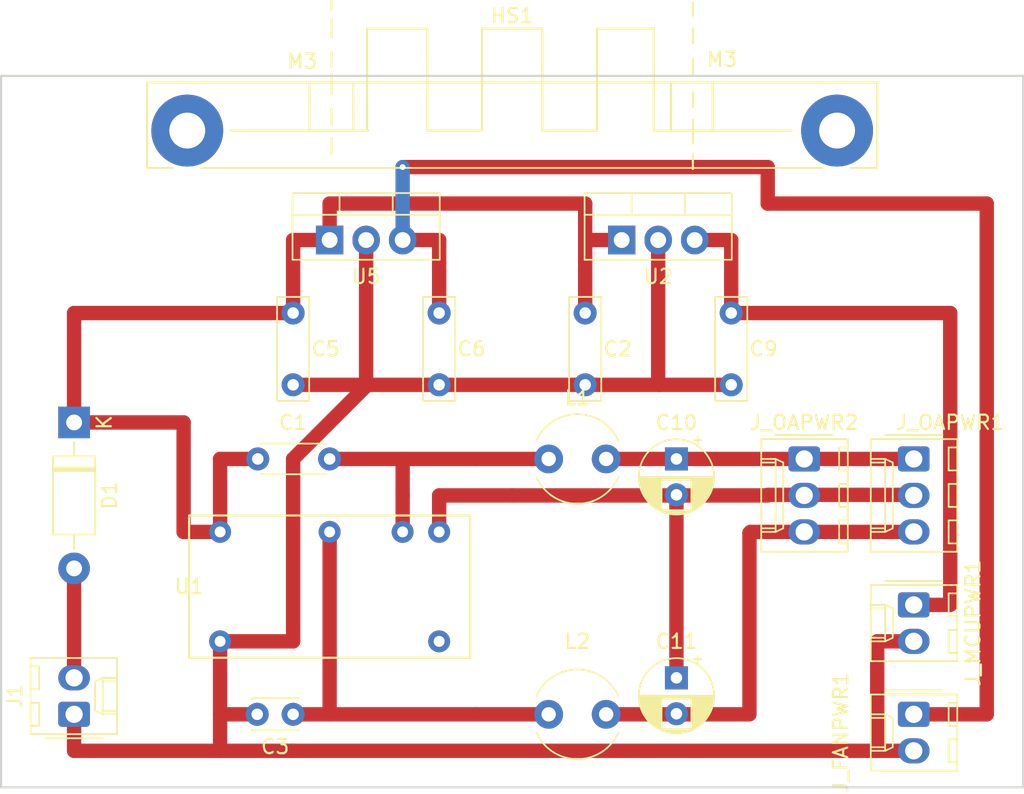
<source format=kicad_pcb>
(kicad_pcb (version 20171130) (host pcbnew "(5.1.2-1)-1")

  (general
    (thickness 1.6)
    (drawings 4)
    (tracks 74)
    (zones 0)
    (modules 20)
    (nets 11)
  )

  (page A4)
  (layers
    (0 F.Cu signal)
    (31 B.Cu signal)
    (32 B.Adhes user)
    (33 F.Adhes user)
    (34 B.Paste user)
    (35 F.Paste user)
    (36 B.SilkS user)
    (37 F.SilkS user)
    (38 B.Mask user)
    (39 F.Mask user)
    (40 Dwgs.User user)
    (41 Cmts.User user)
    (42 Eco1.User user)
    (43 Eco2.User user)
    (44 Edge.Cuts user)
    (45 Margin user)
    (46 B.CrtYd user hide)
    (47 F.CrtYd user hide)
    (48 B.Fab user hide)
    (49 F.Fab user hide)
  )

  (setup
    (last_trace_width 1)
    (user_trace_width 1)
    (user_trace_width 1.5)
    (user_trace_width 2)
    (trace_clearance 0.2)
    (zone_clearance 0.508)
    (zone_45_only no)
    (trace_min 0.2)
    (via_size 0.8)
    (via_drill 0.4)
    (via_min_size 0.4)
    (via_min_drill 0.3)
    (uvia_size 0.3)
    (uvia_drill 0.1)
    (uvias_allowed no)
    (uvia_min_size 0.2)
    (uvia_min_drill 0.1)
    (edge_width 0.15)
    (segment_width 0.2)
    (pcb_text_width 0.3)
    (pcb_text_size 1.5 1.5)
    (mod_edge_width 0.15)
    (mod_text_size 1 1)
    (mod_text_width 0.15)
    (pad_size 1.524 1.524)
    (pad_drill 0.762)
    (pad_to_mask_clearance 0.2)
    (aux_axis_origin 0 0)
    (visible_elements FFFFFF7F)
    (pcbplotparams
      (layerselection 0x010fc_ffffffff)
      (usegerberextensions false)
      (usegerberattributes false)
      (usegerberadvancedattributes false)
      (creategerberjobfile false)
      (excludeedgelayer true)
      (linewidth 0.100000)
      (plotframeref false)
      (viasonmask false)
      (mode 1)
      (useauxorigin false)
      (hpglpennumber 1)
      (hpglpenspeed 20)
      (hpglpendiameter 15.000000)
      (psnegative false)
      (psa4output false)
      (plotreference true)
      (plotvalue true)
      (plotinvisibletext false)
      (padsonsilk false)
      (subtractmaskfromsilk false)
      (outputformat 1)
      (mirror false)
      (drillshape 1)
      (scaleselection 1)
      (outputdirectory "../"))
  )

  (net 0 "")
  (net 1 GNDA)
  (net 2 VCOM)
  (net 3 +5V)
  (net 4 +12V)
  (net 5 "Net-(D1-Pad2)")
  (net 6 +15V)
  (net 7 +5VA)
  (net 8 -5VA)
  (net 9 "Net-(C1-Pad1)")
  (net 10 "Net-(C3-Pad1)")

  (net_class Default "This is the default net class."
    (clearance 0.2)
    (trace_width 0.25)
    (via_dia 0.8)
    (via_drill 0.4)
    (uvia_dia 0.3)
    (uvia_drill 0.1)
    (add_net +12V)
    (add_net +15V)
    (add_net +5V)
    (add_net +5VA)
    (add_net -5VA)
    (add_net GNDA)
    (add_net "Net-(C1-Pad1)")
    (add_net "Net-(C3-Pad1)")
    (add_net "Net-(D1-Pad2)")
    (add_net VCOM)
  )

  (module Murata_DC-DC_Converters:MEA1D (layer F.Cu) (tedit 5D263D2E) (tstamp 5D266AB3)
    (at 114.3 104.14)
    (path /5D27DFE6)
    (fp_text reference U1 (at -9.779 -1.27 180) (layer F.SilkS)
      (effects (font (size 1 1) (thickness 0.15)))
    )
    (fp_text value MEA1D1505DC (at 0 -7.112 180) (layer F.Fab)
      (effects (font (size 1 1) (thickness 0.15)))
    )
    (fp_line (start 0 3.683) (end 9.779 3.683) (layer F.SilkS) (width 0.15))
    (fp_line (start 0 3.683) (end -9.779 3.683) (layer F.SilkS) (width 0.15))
    (fp_line (start 0 -6.223) (end -9.779 -6.223) (layer F.SilkS) (width 0.15))
    (fp_line (start 0 -6.223) (end 9.779 -6.223) (layer F.SilkS) (width 0.15))
    (fp_line (start -9.779 -1.27) (end -9.779 -6.223) (layer F.SilkS) (width 0.15))
    (fp_line (start -9.779 -1.27) (end -9.779 3.683) (layer F.SilkS) (width 0.15))
    (fp_line (start 9.779 -1.27) (end 9.779 3.683) (layer F.SilkS) (width 0.15))
    (fp_line (start 9.779 -1.27) (end 9.779 -6.223) (layer F.SilkS) (width 0.15))
    (pad 8 thru_hole circle (at 7.62 -5.08) (size 1.524 1.524) (drill 0.762) (layers *.Cu *.Mask)
      (net 2 VCOM))
    (pad 9 thru_hole circle (at 5.08 -5.08) (size 1.524 1.524) (drill 0.762) (layers *.Cu *.Mask)
      (net 9 "Net-(C1-Pad1)"))
    (pad 11 thru_hole circle (at 0 -5.08) (size 1.524 1.524) (drill 0.762) (layers *.Cu *.Mask)
      (net 10 "Net-(C3-Pad1)"))
    (pad 14 thru_hole circle (at -7.62 -5.08) (size 1.524 1.524) (drill 0.762) (layers *.Cu *.Mask)
      (net 6 +15V))
    (pad 1 thru_hole circle (at -7.62 2.54) (size 1.524 1.524) (drill 0.762) (layers *.Cu *.Mask)
      (net 1 GNDA))
    (pad 7 thru_hole circle (at 7.62 2.54) (size 1.524 1.524) (drill 0.762) (layers *.Cu *.Mask))
  )

  (module Heatsink:Heatsink_SheetType_50x7mm_2Fixations (layer F.Cu) (tedit 5A1FFA20) (tstamp 5D266A29)
    (at 127 71.12)
    (descr "Heatsink, Sheet type, 50x7mm, 2 fixations (solder),")
    (tags "Heatsink sheet")
    (path /5D0BDB36)
    (solder_mask_margin 0.2)
    (fp_text reference HS1 (at 0 -8) (layer F.SilkS)
      (effects (font (size 1 1) (thickness 0.15)))
    )
    (fp_text value Heatsink (at 1.27 5.08) (layer F.Fab)
      (effects (font (size 1 1) (thickness 0.15)))
    )
    (fp_text user M3 (at 14.605 -4.953) (layer F.SilkS)
      (effects (font (size 1 1) (thickness 0.15)))
    )
    (fp_text user M3 (at -14.605 -4.826) (layer F.SilkS)
      (effects (font (size 1 1) (thickness 0.15)))
    )
    (fp_text user %R (at 0 0) (layer F.Fab)
      (effects (font (size 1 1) (thickness 0.15)))
    )
    (fp_line (start -21.65 2.6) (end 21.6 2.6) (layer F.SilkS) (width 0.12))
    (fp_line (start -25.4 2.6) (end -23.55 2.6) (layer F.SilkS) (width 0.12))
    (fp_line (start 25.4 2.6) (end 23.55 2.6) (layer F.SilkS) (width 0.12))
    (fp_line (start -10.033 0) (end -19.558 0) (layer F.SilkS) (width 0.15))
    (fp_line (start -2.1 0) (end -5.9 0) (layer F.SilkS) (width 0.15))
    (fp_line (start 5.9 0) (end 2.1 0) (layer F.SilkS) (width 0.15))
    (fp_line (start 13.97 0) (end 9.906 0) (layer F.SilkS) (width 0.15))
    (fp_line (start 13.97 0) (end 19.431 0) (layer F.SilkS) (width 0.15))
    (fp_line (start -5.9 -7.1) (end -10.1 -7.1) (layer F.SilkS) (width 0.15))
    (fp_line (start 2.1 -7.1) (end -2.1 -7.1) (layer F.SilkS) (width 0.15))
    (fp_line (start -11.05 -3.35) (end -11.049 0) (layer F.SilkS) (width 0.15))
    (fp_line (start -14.1 -3.35) (end -14.097 0) (layer F.SilkS) (width 0.15))
    (fp_line (start -10.1 -7.1) (end -10.1 0) (layer F.SilkS) (width 0.15))
    (fp_line (start -5.9 -7.1) (end -5.9 0) (layer F.SilkS) (width 0.15))
    (fp_line (start -2.1 -7.1) (end -2.1 0) (layer F.SilkS) (width 0.15))
    (fp_line (start 9.85 -7.1) (end 5.9 -7.1) (layer F.SilkS) (width 0.15))
    (fp_line (start 9.85 -7.1) (end 9.85 0) (layer F.SilkS) (width 0.15))
    (fp_line (start 5.9 -7.1) (end 5.9 0) (layer F.SilkS) (width 0.15))
    (fp_line (start 2.1 -7.1) (end 2.1 0) (layer F.SilkS) (width 0.15))
    (fp_line (start 11.05 -3.35) (end 11.05 0) (layer F.SilkS) (width 0.15))
    (fp_line (start -12.573 0.508) (end -12.573 1.651) (layer F.SilkS) (width 0.15))
    (fp_line (start -12.573 -1.524) (end -12.573 -0.381) (layer F.SilkS) (width 0.15))
    (fp_line (start -12.573 -3.937) (end -12.573 -2.54) (layer F.SilkS) (width 0.15))
    (fp_line (start -12.573 -5.461) (end -12.573 -4.445) (layer F.SilkS) (width 0.15))
    (fp_line (start -12.573 -7.747) (end -12.573 -6.477) (layer F.SilkS) (width 0.15))
    (fp_line (start -12.573 -9.017) (end -12.573 -8.382) (layer F.SilkS) (width 0.15))
    (fp_line (start 12.573 1.651) (end 12.573 2.667) (layer F.SilkS) (width 0.15))
    (fp_line (start 12.573 -0.762) (end 12.573 0.889) (layer F.SilkS) (width 0.15))
    (fp_line (start 12.573 -2.667) (end 12.573 -1.651) (layer F.SilkS) (width 0.15))
    (fp_line (start 12.573 -4.953) (end 12.573 -3.81) (layer F.SilkS) (width 0.15))
    (fp_line (start 12.573 -7.112) (end 12.573 -6.096) (layer F.SilkS) (width 0.15))
    (fp_line (start 12.573 -8.89) (end 12.573 -8.001) (layer F.SilkS) (width 0.15))
    (fp_line (start 13.95 -3.35) (end 13.95 0) (layer F.SilkS) (width 0.15))
    (fp_line (start 25.4 2.6) (end 25.4 -3.35) (layer F.SilkS) (width 0.15))
    (fp_line (start 25.4 -3.35) (end -25.4 -3.35) (layer F.SilkS) (width 0.15))
    (fp_line (start -25.4 -3.35) (end -25.4 2.6) (layer F.SilkS) (width 0.15))
    (fp_line (start -25.5 -7.25) (end 25.5 -7.25) (layer F.CrtYd) (width 0.05))
    (fp_line (start -25.5 -7.25) (end -25.5 2.75) (layer F.CrtYd) (width 0.05))
    (fp_line (start 25.5 2.75) (end 25.5 -7.25) (layer F.CrtYd) (width 0.05))
    (fp_line (start 25.5 2.75) (end -25.5 2.75) (layer F.CrtYd) (width 0.05))
    (fp_line (start 25.25 -3.25) (end 9.75 -3.25) (layer F.Fab) (width 0.1))
    (fp_line (start 9.75 -3.25) (end 9.75 -7) (layer F.Fab) (width 0.1))
    (fp_line (start 9.75 -7) (end 6 -7) (layer F.Fab) (width 0.1))
    (fp_line (start 6 -7) (end 6 -3.25) (layer F.Fab) (width 0.1))
    (fp_line (start 6 -3.25) (end 2 -3.25) (layer F.Fab) (width 0.1))
    (fp_line (start 2 -3.25) (end 2 -6.75) (layer F.Fab) (width 0.1))
    (fp_line (start 2 -6.75) (end 2 -7) (layer F.Fab) (width 0.1))
    (fp_line (start 2 -7) (end -2 -7) (layer F.Fab) (width 0.1))
    (fp_line (start -2 -7) (end -2 -3.25) (layer F.Fab) (width 0.1))
    (fp_line (start -2 -3.25) (end -6 -3.25) (layer F.Fab) (width 0.1))
    (fp_line (start -6 -3.25) (end -6 -7) (layer F.Fab) (width 0.1))
    (fp_line (start -6 -7) (end -10 -7) (layer F.Fab) (width 0.1))
    (fp_line (start -10 -7) (end -10 -3.25) (layer F.Fab) (width 0.1))
    (fp_line (start -10 -3.25) (end -25.25 -3.25) (layer F.Fab) (width 0.1))
    (fp_line (start -25.25 -3.25) (end -25.25 2.5) (layer F.Fab) (width 0.1))
    (fp_line (start -25.25 2.5) (end 25.25 2.5) (layer F.Fab) (width 0.1))
    (fp_line (start 25.25 2.5) (end 25.25 -3.25) (layer F.Fab) (width 0.1))
    (pad 1 thru_hole circle (at 22.606 0) (size 5.00126 5.00126) (drill 2.49936) (layers *.Cu *.Mask))
    (pad 1 thru_hole circle (at -22.606 0) (size 5.00126 5.00126) (drill 2.49936) (layers *.Cu *.Mask))
    (model ${KISYS3DMOD}/Heatsink.3dshapes/Heatsink_SheetType_50x7mm_2Fixations.wrl
      (at (xyz 0 0 0))
      (scale (xyz 1 1 1))
      (rotate (xyz 0 0 0))
    )
  )

  (module Connector_Molex:Molex_KK-254_AE-6410-02A_1x02_P2.54mm_Vertical (layer F.Cu) (tedit 5B78013E) (tstamp 5D266A4D)
    (at 96.52 111.76 90)
    (descr "Molex KK-254 Interconnect System, old/engineering part number: AE-6410-02A example for new part number: 22-27-2021, 2 Pins (http://www.molex.com/pdm_docs/sd/022272021_sd.pdf), generated with kicad-footprint-generator")
    (tags "connector Molex KK-254 side entry")
    (path /5D04F0FF)
    (fp_text reference J1 (at 1.27 -4.12 90) (layer F.SilkS)
      (effects (font (size 1 1) (thickness 0.15)))
    )
    (fp_text value 15VDC (at 1.27 4.08 90) (layer F.Fab)
      (effects (font (size 1 1) (thickness 0.15)))
    )
    (fp_line (start -1.27 -2.92) (end -1.27 2.88) (layer F.Fab) (width 0.1))
    (fp_line (start -1.27 2.88) (end 3.81 2.88) (layer F.Fab) (width 0.1))
    (fp_line (start 3.81 2.88) (end 3.81 -2.92) (layer F.Fab) (width 0.1))
    (fp_line (start 3.81 -2.92) (end -1.27 -2.92) (layer F.Fab) (width 0.1))
    (fp_line (start -1.38 -3.03) (end -1.38 2.99) (layer F.SilkS) (width 0.12))
    (fp_line (start -1.38 2.99) (end 3.92 2.99) (layer F.SilkS) (width 0.12))
    (fp_line (start 3.92 2.99) (end 3.92 -3.03) (layer F.SilkS) (width 0.12))
    (fp_line (start 3.92 -3.03) (end -1.38 -3.03) (layer F.SilkS) (width 0.12))
    (fp_line (start -1.67 -2) (end -1.67 2) (layer F.SilkS) (width 0.12))
    (fp_line (start -1.27 -0.5) (end -0.562893 0) (layer F.Fab) (width 0.1))
    (fp_line (start -0.562893 0) (end -1.27 0.5) (layer F.Fab) (width 0.1))
    (fp_line (start 0 2.99) (end 0 1.99) (layer F.SilkS) (width 0.12))
    (fp_line (start 0 1.99) (end 2.54 1.99) (layer F.SilkS) (width 0.12))
    (fp_line (start 2.54 1.99) (end 2.54 2.99) (layer F.SilkS) (width 0.12))
    (fp_line (start 0 1.99) (end 0.25 1.46) (layer F.SilkS) (width 0.12))
    (fp_line (start 0.25 1.46) (end 2.29 1.46) (layer F.SilkS) (width 0.12))
    (fp_line (start 2.29 1.46) (end 2.54 1.99) (layer F.SilkS) (width 0.12))
    (fp_line (start 0.25 2.99) (end 0.25 1.99) (layer F.SilkS) (width 0.12))
    (fp_line (start 2.29 2.99) (end 2.29 1.99) (layer F.SilkS) (width 0.12))
    (fp_line (start -0.8 -3.03) (end -0.8 -2.43) (layer F.SilkS) (width 0.12))
    (fp_line (start -0.8 -2.43) (end 0.8 -2.43) (layer F.SilkS) (width 0.12))
    (fp_line (start 0.8 -2.43) (end 0.8 -3.03) (layer F.SilkS) (width 0.12))
    (fp_line (start 1.74 -3.03) (end 1.74 -2.43) (layer F.SilkS) (width 0.12))
    (fp_line (start 1.74 -2.43) (end 3.34 -2.43) (layer F.SilkS) (width 0.12))
    (fp_line (start 3.34 -2.43) (end 3.34 -3.03) (layer F.SilkS) (width 0.12))
    (fp_line (start -1.77 -3.42) (end -1.77 3.38) (layer F.CrtYd) (width 0.05))
    (fp_line (start -1.77 3.38) (end 4.31 3.38) (layer F.CrtYd) (width 0.05))
    (fp_line (start 4.31 3.38) (end 4.31 -3.42) (layer F.CrtYd) (width 0.05))
    (fp_line (start 4.31 -3.42) (end -1.77 -3.42) (layer F.CrtYd) (width 0.05))
    (fp_text user %R (at 1.27 -2.22 90) (layer F.Fab)
      (effects (font (size 1 1) (thickness 0.15)))
    )
    (pad 1 thru_hole roundrect (at 0 0 90) (size 1.74 2.2) (drill 1.2) (layers *.Cu *.Mask) (roundrect_rratio 0.143678)
      (net 1 GNDA))
    (pad 2 thru_hole oval (at 2.54 0 90) (size 1.74 2.2) (drill 1.2) (layers *.Cu *.Mask)
      (net 5 "Net-(D1-Pad2)"))
    (model ${KISYS3DMOD}/Connector_Molex.3dshapes/Molex_KK-254_AE-6410-02A_1x02_P2.54mm_Vertical.wrl
      (at (xyz 0 0 0))
      (scale (xyz 1 1 1))
      (rotate (xyz 0 0 0))
    )
  )

  (module Inductor_THT:L_Radial_D6.0mm_P4.00mm (layer F.Cu) (tedit 5AE59B06) (tstamp 5D266A96)
    (at 129.54 93.98)
    (descr "Inductor, Radial series, Radial, pin pitch=4.00mm, , diameter=6.0mm, http://www.abracon.com/Magnetics/radial/AIUR-07.pdf")
    (tags "Inductor Radial series Radial pin pitch 4.00mm  diameter 6.0mm")
    (path /5D349D25)
    (fp_text reference L1 (at 2 -4.25) (layer F.SilkS)
      (effects (font (size 1 1) (thickness 0.15)))
    )
    (fp_text value 10u (at 2 4.25) (layer F.Fab)
      (effects (font (size 1 1) (thickness 0.15)))
    )
    (fp_arc (start 2 0) (end -0.85426 -1.26) (angle 132.362317) (layer F.SilkS) (width 0.12))
    (fp_arc (start 2 0) (end -0.85426 1.26) (angle -132.362317) (layer F.SilkS) (width 0.12))
    (fp_circle (center 2 0) (end 5 0) (layer F.Fab) (width 0.1))
    (fp_circle (center 2 0) (end 5.49 0) (layer F.CrtYd) (width 0.05))
    (fp_text user %R (at 2 0) (layer F.Fab)
      (effects (font (size 1 1) (thickness 0.15)))
    )
    (pad 1 thru_hole circle (at 0 0) (size 2 2) (drill 1) (layers *.Cu *.Mask)
      (net 9 "Net-(C1-Pad1)"))
    (pad 2 thru_hole circle (at 4 0) (size 2 2) (drill 1) (layers *.Cu *.Mask)
      (net 7 +5VA))
    (model ${KISYS3DMOD}/Inductor_THT.3dshapes/L_Radial_D6.0mm_P4.00mm.wrl
      (at (xyz 0 0 0))
      (scale (xyz 1 1 1))
      (rotate (xyz 0 0 0))
    )
  )

  (module Inductor_THT:L_Radial_D6.0mm_P4.00mm (layer F.Cu) (tedit 5AE59B06) (tstamp 5D266AA1)
    (at 129.54 111.76)
    (descr "Inductor, Radial series, Radial, pin pitch=4.00mm, , diameter=6.0mm, http://www.abracon.com/Magnetics/radial/AIUR-07.pdf")
    (tags "Inductor Radial series Radial pin pitch 4.00mm  diameter 6.0mm")
    (path /5D34AA78)
    (fp_text reference L2 (at 2 -5.08) (layer F.SilkS)
      (effects (font (size 1 1) (thickness 0.15)))
    )
    (fp_text value 10u (at 2 4.25) (layer F.Fab)
      (effects (font (size 1 1) (thickness 0.15)))
    )
    (fp_text user %R (at 2 0) (layer F.Fab)
      (effects (font (size 1 1) (thickness 0.15)))
    )
    (fp_circle (center 2 0) (end 5.49 0) (layer F.CrtYd) (width 0.05))
    (fp_circle (center 2 0) (end 5 0) (layer F.Fab) (width 0.1))
    (fp_arc (start 2 0) (end -0.85426 1.26) (angle -132.362317) (layer F.SilkS) (width 0.12))
    (fp_arc (start 2 0) (end -0.85426 -1.26) (angle 132.362317) (layer F.SilkS) (width 0.12))
    (pad 2 thru_hole circle (at 4 0) (size 2 2) (drill 1) (layers *.Cu *.Mask)
      (net 8 -5VA))
    (pad 1 thru_hole circle (at 0 0) (size 2 2) (drill 1) (layers *.Cu *.Mask)
      (net 10 "Net-(C3-Pad1)"))
    (model ${KISYS3DMOD}/Inductor_THT.3dshapes/L_Radial_D6.0mm_P4.00mm.wrl
      (at (xyz 0 0 0))
      (scale (xyz 1 1 1))
      (rotate (xyz 0 0 0))
    )
  )

  (module Package_TO_SOT_THT:TO-220-3_Vertical (layer F.Cu) (tedit 5AC8BA0D) (tstamp 5D266ACD)
    (at 134.62 78.74)
    (descr "TO-220-3, Vertical, RM 2.54mm, see https://www.vishay.com/docs/66542/to-220-1.pdf")
    (tags "TO-220-3 Vertical RM 2.54mm")
    (path /5D0A57CB)
    (fp_text reference U2 (at 2.54 2.54) (layer F.SilkS)
      (effects (font (size 1 1) (thickness 0.15)))
    )
    (fp_text value LM7805_TO220 (at 2.54 2.5) (layer F.Fab)
      (effects (font (size 1 1) (thickness 0.15)))
    )
    (fp_line (start -2.46 -3.15) (end -2.46 1.25) (layer F.Fab) (width 0.1))
    (fp_line (start -2.46 1.25) (end 7.54 1.25) (layer F.Fab) (width 0.1))
    (fp_line (start 7.54 1.25) (end 7.54 -3.15) (layer F.Fab) (width 0.1))
    (fp_line (start 7.54 -3.15) (end -2.46 -3.15) (layer F.Fab) (width 0.1))
    (fp_line (start -2.46 -1.88) (end 7.54 -1.88) (layer F.Fab) (width 0.1))
    (fp_line (start 0.69 -3.15) (end 0.69 -1.88) (layer F.Fab) (width 0.1))
    (fp_line (start 4.39 -3.15) (end 4.39 -1.88) (layer F.Fab) (width 0.1))
    (fp_line (start -2.58 -3.27) (end 7.66 -3.27) (layer F.SilkS) (width 0.12))
    (fp_line (start -2.58 1.371) (end 7.66 1.371) (layer F.SilkS) (width 0.12))
    (fp_line (start -2.58 -3.27) (end -2.58 1.371) (layer F.SilkS) (width 0.12))
    (fp_line (start 7.66 -3.27) (end 7.66 1.371) (layer F.SilkS) (width 0.12))
    (fp_line (start -2.58 -1.76) (end 7.66 -1.76) (layer F.SilkS) (width 0.12))
    (fp_line (start 0.69 -3.27) (end 0.69 -1.76) (layer F.SilkS) (width 0.12))
    (fp_line (start 4.391 -3.27) (end 4.391 -1.76) (layer F.SilkS) (width 0.12))
    (fp_line (start -2.71 -3.4) (end -2.71 1.51) (layer F.CrtYd) (width 0.05))
    (fp_line (start -2.71 1.51) (end 7.79 1.51) (layer F.CrtYd) (width 0.05))
    (fp_line (start 7.79 1.51) (end 7.79 -3.4) (layer F.CrtYd) (width 0.05))
    (fp_line (start 7.79 -3.4) (end -2.71 -3.4) (layer F.CrtYd) (width 0.05))
    (fp_text user %R (at 2.54 -4.27) (layer F.Fab)
      (effects (font (size 1 1) (thickness 0.15)))
    )
    (pad 1 thru_hole rect (at 0 0) (size 1.905 2) (drill 1.1) (layers *.Cu *.Mask)
      (net 6 +15V))
    (pad 2 thru_hole oval (at 2.54 0) (size 1.905 2) (drill 1.1) (layers *.Cu *.Mask)
      (net 1 GNDA))
    (pad 3 thru_hole oval (at 5.08 0) (size 1.905 2) (drill 1.1) (layers *.Cu *.Mask)
      (net 3 +5V))
    (model ${KISYS3DMOD}/Package_TO_SOT_THT.3dshapes/TO-220-3_Vertical.wrl
      (at (xyz 0 0 0))
      (scale (xyz 1 1 1))
      (rotate (xyz 0 0 0))
    )
  )

  (module Package_TO_SOT_THT:TO-220-3_Vertical (layer F.Cu) (tedit 5AC8BA0D) (tstamp 5D266AE7)
    (at 114.3 78.74)
    (descr "TO-220-3, Vertical, RM 2.54mm, see https://www.vishay.com/docs/66542/to-220-1.pdf")
    (tags "TO-220-3 Vertical RM 2.54mm")
    (path /5D121B10)
    (fp_text reference U5 (at 2.54 2.54) (layer F.SilkS)
      (effects (font (size 1 1) (thickness 0.15)))
    )
    (fp_text value LM7812_TO220 (at 2.54 2.5) (layer F.Fab)
      (effects (font (size 1 1) (thickness 0.15)))
    )
    (fp_text user %R (at 2.54 -4.27) (layer F.Fab)
      (effects (font (size 1 1) (thickness 0.15)))
    )
    (fp_line (start 7.79 -3.4) (end -2.71 -3.4) (layer F.CrtYd) (width 0.05))
    (fp_line (start 7.79 1.51) (end 7.79 -3.4) (layer F.CrtYd) (width 0.05))
    (fp_line (start -2.71 1.51) (end 7.79 1.51) (layer F.CrtYd) (width 0.05))
    (fp_line (start -2.71 -3.4) (end -2.71 1.51) (layer F.CrtYd) (width 0.05))
    (fp_line (start 4.391 -3.27) (end 4.391 -1.76) (layer F.SilkS) (width 0.12))
    (fp_line (start 0.69 -3.27) (end 0.69 -1.76) (layer F.SilkS) (width 0.12))
    (fp_line (start -2.58 -1.76) (end 7.66 -1.76) (layer F.SilkS) (width 0.12))
    (fp_line (start 7.66 -3.27) (end 7.66 1.371) (layer F.SilkS) (width 0.12))
    (fp_line (start -2.58 -3.27) (end -2.58 1.371) (layer F.SilkS) (width 0.12))
    (fp_line (start -2.58 1.371) (end 7.66 1.371) (layer F.SilkS) (width 0.12))
    (fp_line (start -2.58 -3.27) (end 7.66 -3.27) (layer F.SilkS) (width 0.12))
    (fp_line (start 4.39 -3.15) (end 4.39 -1.88) (layer F.Fab) (width 0.1))
    (fp_line (start 0.69 -3.15) (end 0.69 -1.88) (layer F.Fab) (width 0.1))
    (fp_line (start -2.46 -1.88) (end 7.54 -1.88) (layer F.Fab) (width 0.1))
    (fp_line (start 7.54 -3.15) (end -2.46 -3.15) (layer F.Fab) (width 0.1))
    (fp_line (start 7.54 1.25) (end 7.54 -3.15) (layer F.Fab) (width 0.1))
    (fp_line (start -2.46 1.25) (end 7.54 1.25) (layer F.Fab) (width 0.1))
    (fp_line (start -2.46 -3.15) (end -2.46 1.25) (layer F.Fab) (width 0.1))
    (pad 3 thru_hole oval (at 5.08 0) (size 1.905 2) (drill 1.1) (layers *.Cu *.Mask)
      (net 4 +12V))
    (pad 2 thru_hole oval (at 2.54 0) (size 1.905 2) (drill 1.1) (layers *.Cu *.Mask)
      (net 1 GNDA))
    (pad 1 thru_hole rect (at 0 0) (size 1.905 2) (drill 1.1) (layers *.Cu *.Mask)
      (net 6 +15V))
    (model ${KISYS3DMOD}/Package_TO_SOT_THT.3dshapes/TO-220-3_Vertical.wrl
      (at (xyz 0 0 0))
      (scale (xyz 1 1 1))
      (rotate (xyz 0 0 0))
    )
  )

  (module Diode_THT:D_DO-41_SOD81_P10.16mm_Horizontal (layer F.Cu) (tedit 5AE50CD5) (tstamp 5D26745D)
    (at 96.52 91.44 270)
    (descr "Diode, DO-41_SOD81 series, Axial, Horizontal, pin pitch=10.16mm, , length*diameter=5.2*2.7mm^2, , http://www.diodes.com/_files/packages/DO-41%20(Plastic).pdf")
    (tags "Diode DO-41_SOD81 series Axial Horizontal pin pitch 10.16mm  length 5.2mm diameter 2.7mm")
    (path /5D0895FB)
    (fp_text reference D1 (at 5.08 -2.47 90) (layer F.SilkS)
      (effects (font (size 1 1) (thickness 0.15)))
    )
    (fp_text value D_Schottky (at 5.08 2.47 90) (layer F.Fab)
      (effects (font (size 1 1) (thickness 0.15)))
    )
    (fp_line (start 2.48 -1.35) (end 2.48 1.35) (layer F.Fab) (width 0.1))
    (fp_line (start 2.48 1.35) (end 7.68 1.35) (layer F.Fab) (width 0.1))
    (fp_line (start 7.68 1.35) (end 7.68 -1.35) (layer F.Fab) (width 0.1))
    (fp_line (start 7.68 -1.35) (end 2.48 -1.35) (layer F.Fab) (width 0.1))
    (fp_line (start 0 0) (end 2.48 0) (layer F.Fab) (width 0.1))
    (fp_line (start 10.16 0) (end 7.68 0) (layer F.Fab) (width 0.1))
    (fp_line (start 3.26 -1.35) (end 3.26 1.35) (layer F.Fab) (width 0.1))
    (fp_line (start 3.36 -1.35) (end 3.36 1.35) (layer F.Fab) (width 0.1))
    (fp_line (start 3.16 -1.35) (end 3.16 1.35) (layer F.Fab) (width 0.1))
    (fp_line (start 2.36 -1.47) (end 2.36 1.47) (layer F.SilkS) (width 0.12))
    (fp_line (start 2.36 1.47) (end 7.8 1.47) (layer F.SilkS) (width 0.12))
    (fp_line (start 7.8 1.47) (end 7.8 -1.47) (layer F.SilkS) (width 0.12))
    (fp_line (start 7.8 -1.47) (end 2.36 -1.47) (layer F.SilkS) (width 0.12))
    (fp_line (start 1.34 0) (end 2.36 0) (layer F.SilkS) (width 0.12))
    (fp_line (start 8.82 0) (end 7.8 0) (layer F.SilkS) (width 0.12))
    (fp_line (start 3.26 -1.47) (end 3.26 1.47) (layer F.SilkS) (width 0.12))
    (fp_line (start 3.38 -1.47) (end 3.38 1.47) (layer F.SilkS) (width 0.12))
    (fp_line (start 3.14 -1.47) (end 3.14 1.47) (layer F.SilkS) (width 0.12))
    (fp_line (start -1.35 -1.6) (end -1.35 1.6) (layer F.CrtYd) (width 0.05))
    (fp_line (start -1.35 1.6) (end 11.51 1.6) (layer F.CrtYd) (width 0.05))
    (fp_line (start 11.51 1.6) (end 11.51 -1.6) (layer F.CrtYd) (width 0.05))
    (fp_line (start 11.51 -1.6) (end -1.35 -1.6) (layer F.CrtYd) (width 0.05))
    (fp_text user %R (at 5.47 0 90) (layer F.Fab)
      (effects (font (size 1 1) (thickness 0.15)))
    )
    (fp_text user K (at 0 -2.1 90) (layer F.Fab)
      (effects (font (size 1 1) (thickness 0.15)))
    )
    (fp_text user K (at 0 -2.1 90) (layer F.SilkS)
      (effects (font (size 1 1) (thickness 0.15)))
    )
    (pad 1 thru_hole rect (at 0 0 270) (size 2.2 2.2) (drill 1.1) (layers *.Cu *.Mask)
      (net 6 +15V))
    (pad 2 thru_hole oval (at 10.16 0 270) (size 2.2 2.2) (drill 1.1) (layers *.Cu *.Mask)
      (net 5 "Net-(D1-Pad2)"))
    (model ${KISYS3DMOD}/Diode_THT.3dshapes/D_DO-41_SOD81_P10.16mm_Horizontal.wrl
      (at (xyz 0 0 0))
      (scale (xyz 1 1 1))
      (rotate (xyz 0 0 0))
    )
  )

  (module Capacitor_THT:C_Rect_L7.0mm_W2.0mm_P5.00mm (layer F.Cu) (tedit 5AE50EF0) (tstamp 5D26786D)
    (at 132.08 83.82 270)
    (descr "C, Rect series, Radial, pin pitch=5.00mm, , length*width=7*2mm^2, Capacitor")
    (tags "C Rect series Radial pin pitch 5.00mm  length 7mm width 2mm Capacitor")
    (path /5CFC8A88)
    (fp_text reference C2 (at 2.5 -2.25 180) (layer F.SilkS)
      (effects (font (size 1 1) (thickness 0.15)))
    )
    (fp_text value 200nF (at 2.5 2.25 90) (layer F.Fab)
      (effects (font (size 1 1) (thickness 0.15)))
    )
    (fp_line (start -1 -1) (end -1 1) (layer F.Fab) (width 0.1))
    (fp_line (start -1 1) (end 6 1) (layer F.Fab) (width 0.1))
    (fp_line (start 6 1) (end 6 -1) (layer F.Fab) (width 0.1))
    (fp_line (start 6 -1) (end -1 -1) (layer F.Fab) (width 0.1))
    (fp_line (start -1.12 -1.12) (end 6.12 -1.12) (layer F.SilkS) (width 0.12))
    (fp_line (start -1.12 1.12) (end 6.12 1.12) (layer F.SilkS) (width 0.12))
    (fp_line (start -1.12 -1.12) (end -1.12 1.12) (layer F.SilkS) (width 0.12))
    (fp_line (start 6.12 -1.12) (end 6.12 1.12) (layer F.SilkS) (width 0.12))
    (fp_line (start -1.25 -1.25) (end -1.25 1.25) (layer F.CrtYd) (width 0.05))
    (fp_line (start -1.25 1.25) (end 6.25 1.25) (layer F.CrtYd) (width 0.05))
    (fp_line (start 6.25 1.25) (end 6.25 -1.25) (layer F.CrtYd) (width 0.05))
    (fp_line (start 6.25 -1.25) (end -1.25 -1.25) (layer F.CrtYd) (width 0.05))
    (fp_text user %R (at 2.5 0 90) (layer F.Fab)
      (effects (font (size 1 1) (thickness 0.15)))
    )
    (pad 1 thru_hole circle (at 0 0 270) (size 1.6 1.6) (drill 0.8) (layers *.Cu *.Mask)
      (net 6 +15V))
    (pad 2 thru_hole circle (at 5 0 270) (size 1.6 1.6) (drill 0.8) (layers *.Cu *.Mask)
      (net 1 GNDA))
    (model ${KISYS3DMOD}/Capacitor_THT.3dshapes/C_Rect_L7.0mm_W2.0mm_P5.00mm.wrl
      (at (xyz 0 0 0))
      (scale (xyz 1 1 1))
      (rotate (xyz 0 0 0))
    )
  )

  (module Capacitor_THT:C_Rect_L7.0mm_W2.0mm_P5.00mm (layer F.Cu) (tedit 5AE50EF0) (tstamp 5D26787F)
    (at 111.76 83.82 270)
    (descr "C, Rect series, Radial, pin pitch=5.00mm, , length*width=7*2mm^2, Capacitor")
    (tags "C Rect series Radial pin pitch 5.00mm  length 7mm width 2mm Capacitor")
    (path /5D1167C7)
    (fp_text reference C5 (at 2.5 -2.25 180) (layer F.SilkS)
      (effects (font (size 1 1) (thickness 0.15)))
    )
    (fp_text value 200nF (at 2.5 2.25 90) (layer F.Fab)
      (effects (font (size 1 1) (thickness 0.15)))
    )
    (fp_line (start -1 -1) (end -1 1) (layer F.Fab) (width 0.1))
    (fp_line (start -1 1) (end 6 1) (layer F.Fab) (width 0.1))
    (fp_line (start 6 1) (end 6 -1) (layer F.Fab) (width 0.1))
    (fp_line (start 6 -1) (end -1 -1) (layer F.Fab) (width 0.1))
    (fp_line (start -1.12 -1.12) (end 6.12 -1.12) (layer F.SilkS) (width 0.12))
    (fp_line (start -1.12 1.12) (end 6.12 1.12) (layer F.SilkS) (width 0.12))
    (fp_line (start -1.12 -1.12) (end -1.12 1.12) (layer F.SilkS) (width 0.12))
    (fp_line (start 6.12 -1.12) (end 6.12 1.12) (layer F.SilkS) (width 0.12))
    (fp_line (start -1.25 -1.25) (end -1.25 1.25) (layer F.CrtYd) (width 0.05))
    (fp_line (start -1.25 1.25) (end 6.25 1.25) (layer F.CrtYd) (width 0.05))
    (fp_line (start 6.25 1.25) (end 6.25 -1.25) (layer F.CrtYd) (width 0.05))
    (fp_line (start 6.25 -1.25) (end -1.25 -1.25) (layer F.CrtYd) (width 0.05))
    (fp_text user %R (at 2.5 0 90) (layer F.Fab)
      (effects (font (size 1 1) (thickness 0.15)))
    )
    (pad 1 thru_hole circle (at 0 0 270) (size 1.6 1.6) (drill 0.8) (layers *.Cu *.Mask)
      (net 6 +15V))
    (pad 2 thru_hole circle (at 5 0 270) (size 1.6 1.6) (drill 0.8) (layers *.Cu *.Mask)
      (net 1 GNDA))
    (model ${KISYS3DMOD}/Capacitor_THT.3dshapes/C_Rect_L7.0mm_W2.0mm_P5.00mm.wrl
      (at (xyz 0 0 0))
      (scale (xyz 1 1 1))
      (rotate (xyz 0 0 0))
    )
  )

  (module Capacitor_THT:C_Rect_L7.0mm_W2.0mm_P5.00mm (layer F.Cu) (tedit 5AE50EF0) (tstamp 5D267891)
    (at 121.92 83.82 270)
    (descr "C, Rect series, Radial, pin pitch=5.00mm, , length*width=7*2mm^2, Capacitor")
    (tags "C Rect series Radial pin pitch 5.00mm  length 7mm width 2mm Capacitor")
    (path /5D1167EB)
    (fp_text reference C6 (at 2.5 -2.25 180) (layer F.SilkS)
      (effects (font (size 1 1) (thickness 0.15)))
    )
    (fp_text value 100nF (at 2.5 2.25 90) (layer F.Fab)
      (effects (font (size 1 1) (thickness 0.15)))
    )
    (fp_text user %R (at 2.5 0 90) (layer F.Fab)
      (effects (font (size 1 1) (thickness 0.15)))
    )
    (fp_line (start 6.25 -1.25) (end -1.25 -1.25) (layer F.CrtYd) (width 0.05))
    (fp_line (start 6.25 1.25) (end 6.25 -1.25) (layer F.CrtYd) (width 0.05))
    (fp_line (start -1.25 1.25) (end 6.25 1.25) (layer F.CrtYd) (width 0.05))
    (fp_line (start -1.25 -1.25) (end -1.25 1.25) (layer F.CrtYd) (width 0.05))
    (fp_line (start 6.12 -1.12) (end 6.12 1.12) (layer F.SilkS) (width 0.12))
    (fp_line (start -1.12 -1.12) (end -1.12 1.12) (layer F.SilkS) (width 0.12))
    (fp_line (start -1.12 1.12) (end 6.12 1.12) (layer F.SilkS) (width 0.12))
    (fp_line (start -1.12 -1.12) (end 6.12 -1.12) (layer F.SilkS) (width 0.12))
    (fp_line (start 6 -1) (end -1 -1) (layer F.Fab) (width 0.1))
    (fp_line (start 6 1) (end 6 -1) (layer F.Fab) (width 0.1))
    (fp_line (start -1 1) (end 6 1) (layer F.Fab) (width 0.1))
    (fp_line (start -1 -1) (end -1 1) (layer F.Fab) (width 0.1))
    (pad 2 thru_hole circle (at 5 0 270) (size 1.6 1.6) (drill 0.8) (layers *.Cu *.Mask)
      (net 1 GNDA))
    (pad 1 thru_hole circle (at 0 0 270) (size 1.6 1.6) (drill 0.8) (layers *.Cu *.Mask)
      (net 4 +12V))
    (model ${KISYS3DMOD}/Capacitor_THT.3dshapes/C_Rect_L7.0mm_W2.0mm_P5.00mm.wrl
      (at (xyz 0 0 0))
      (scale (xyz 1 1 1))
      (rotate (xyz 0 0 0))
    )
  )

  (module Capacitor_THT:C_Rect_L7.0mm_W2.0mm_P5.00mm (layer F.Cu) (tedit 5AE50EF0) (tstamp 5D2678A3)
    (at 142.24 83.82 270)
    (descr "C, Rect series, Radial, pin pitch=5.00mm, , length*width=7*2mm^2, Capacitor")
    (tags "C Rect series Radial pin pitch 5.00mm  length 7mm width 2mm Capacitor")
    (path /5D017BC0)
    (fp_text reference C9 (at 2.5 -2.25 180) (layer F.SilkS)
      (effects (font (size 1 1) (thickness 0.15)))
    )
    (fp_text value 100nF (at 2.5 2.25 90) (layer F.Fab)
      (effects (font (size 1 1) (thickness 0.15)))
    )
    (fp_text user %R (at 2.5 0 90) (layer F.Fab)
      (effects (font (size 1 1) (thickness 0.15)))
    )
    (fp_line (start 6.25 -1.25) (end -1.25 -1.25) (layer F.CrtYd) (width 0.05))
    (fp_line (start 6.25 1.25) (end 6.25 -1.25) (layer F.CrtYd) (width 0.05))
    (fp_line (start -1.25 1.25) (end 6.25 1.25) (layer F.CrtYd) (width 0.05))
    (fp_line (start -1.25 -1.25) (end -1.25 1.25) (layer F.CrtYd) (width 0.05))
    (fp_line (start 6.12 -1.12) (end 6.12 1.12) (layer F.SilkS) (width 0.12))
    (fp_line (start -1.12 -1.12) (end -1.12 1.12) (layer F.SilkS) (width 0.12))
    (fp_line (start -1.12 1.12) (end 6.12 1.12) (layer F.SilkS) (width 0.12))
    (fp_line (start -1.12 -1.12) (end 6.12 -1.12) (layer F.SilkS) (width 0.12))
    (fp_line (start 6 -1) (end -1 -1) (layer F.Fab) (width 0.1))
    (fp_line (start 6 1) (end 6 -1) (layer F.Fab) (width 0.1))
    (fp_line (start -1 1) (end 6 1) (layer F.Fab) (width 0.1))
    (fp_line (start -1 -1) (end -1 1) (layer F.Fab) (width 0.1))
    (pad 2 thru_hole circle (at 5 0 270) (size 1.6 1.6) (drill 0.8) (layers *.Cu *.Mask)
      (net 1 GNDA))
    (pad 1 thru_hole circle (at 0 0 270) (size 1.6 1.6) (drill 0.8) (layers *.Cu *.Mask)
      (net 3 +5V))
    (model ${KISYS3DMOD}/Capacitor_THT.3dshapes/C_Rect_L7.0mm_W2.0mm_P5.00mm.wrl
      (at (xyz 0 0 0))
      (scale (xyz 1 1 1))
      (rotate (xyz 0 0 0))
    )
  )

  (module Capacitor_THT:CP_Radial_D5.0mm_P2.50mm (layer F.Cu) (tedit 5AE50EF0) (tstamp 5D2678B5)
    (at 138.43 93.98 270)
    (descr "CP, Radial series, Radial, pin pitch=2.50mm, , diameter=5mm, Electrolytic Capacitor")
    (tags "CP Radial series Radial pin pitch 2.50mm  diameter 5mm Electrolytic Capacitor")
    (path /5CFB7E87)
    (fp_text reference C10 (at -2.54 0 180) (layer F.SilkS)
      (effects (font (size 1 1) (thickness 0.15)))
    )
    (fp_text value 4.7u (at 1.25 3.75 90) (layer F.Fab)
      (effects (font (size 1 1) (thickness 0.15)))
    )
    (fp_text user %R (at 1.25 0 90) (layer F.Fab)
      (effects (font (size 1 1) (thickness 0.15)))
    )
    (fp_line (start -1.304775 -1.725) (end -1.304775 -1.225) (layer F.SilkS) (width 0.12))
    (fp_line (start -1.554775 -1.475) (end -1.054775 -1.475) (layer F.SilkS) (width 0.12))
    (fp_line (start 3.851 -0.284) (end 3.851 0.284) (layer F.SilkS) (width 0.12))
    (fp_line (start 3.811 -0.518) (end 3.811 0.518) (layer F.SilkS) (width 0.12))
    (fp_line (start 3.771 -0.677) (end 3.771 0.677) (layer F.SilkS) (width 0.12))
    (fp_line (start 3.731 -0.805) (end 3.731 0.805) (layer F.SilkS) (width 0.12))
    (fp_line (start 3.691 -0.915) (end 3.691 0.915) (layer F.SilkS) (width 0.12))
    (fp_line (start 3.651 -1.011) (end 3.651 1.011) (layer F.SilkS) (width 0.12))
    (fp_line (start 3.611 -1.098) (end 3.611 1.098) (layer F.SilkS) (width 0.12))
    (fp_line (start 3.571 -1.178) (end 3.571 1.178) (layer F.SilkS) (width 0.12))
    (fp_line (start 3.531 1.04) (end 3.531 1.251) (layer F.SilkS) (width 0.12))
    (fp_line (start 3.531 -1.251) (end 3.531 -1.04) (layer F.SilkS) (width 0.12))
    (fp_line (start 3.491 1.04) (end 3.491 1.319) (layer F.SilkS) (width 0.12))
    (fp_line (start 3.491 -1.319) (end 3.491 -1.04) (layer F.SilkS) (width 0.12))
    (fp_line (start 3.451 1.04) (end 3.451 1.383) (layer F.SilkS) (width 0.12))
    (fp_line (start 3.451 -1.383) (end 3.451 -1.04) (layer F.SilkS) (width 0.12))
    (fp_line (start 3.411 1.04) (end 3.411 1.443) (layer F.SilkS) (width 0.12))
    (fp_line (start 3.411 -1.443) (end 3.411 -1.04) (layer F.SilkS) (width 0.12))
    (fp_line (start 3.371 1.04) (end 3.371 1.5) (layer F.SilkS) (width 0.12))
    (fp_line (start 3.371 -1.5) (end 3.371 -1.04) (layer F.SilkS) (width 0.12))
    (fp_line (start 3.331 1.04) (end 3.331 1.554) (layer F.SilkS) (width 0.12))
    (fp_line (start 3.331 -1.554) (end 3.331 -1.04) (layer F.SilkS) (width 0.12))
    (fp_line (start 3.291 1.04) (end 3.291 1.605) (layer F.SilkS) (width 0.12))
    (fp_line (start 3.291 -1.605) (end 3.291 -1.04) (layer F.SilkS) (width 0.12))
    (fp_line (start 3.251 1.04) (end 3.251 1.653) (layer F.SilkS) (width 0.12))
    (fp_line (start 3.251 -1.653) (end 3.251 -1.04) (layer F.SilkS) (width 0.12))
    (fp_line (start 3.211 1.04) (end 3.211 1.699) (layer F.SilkS) (width 0.12))
    (fp_line (start 3.211 -1.699) (end 3.211 -1.04) (layer F.SilkS) (width 0.12))
    (fp_line (start 3.171 1.04) (end 3.171 1.743) (layer F.SilkS) (width 0.12))
    (fp_line (start 3.171 -1.743) (end 3.171 -1.04) (layer F.SilkS) (width 0.12))
    (fp_line (start 3.131 1.04) (end 3.131 1.785) (layer F.SilkS) (width 0.12))
    (fp_line (start 3.131 -1.785) (end 3.131 -1.04) (layer F.SilkS) (width 0.12))
    (fp_line (start 3.091 1.04) (end 3.091 1.826) (layer F.SilkS) (width 0.12))
    (fp_line (start 3.091 -1.826) (end 3.091 -1.04) (layer F.SilkS) (width 0.12))
    (fp_line (start 3.051 1.04) (end 3.051 1.864) (layer F.SilkS) (width 0.12))
    (fp_line (start 3.051 -1.864) (end 3.051 -1.04) (layer F.SilkS) (width 0.12))
    (fp_line (start 3.011 1.04) (end 3.011 1.901) (layer F.SilkS) (width 0.12))
    (fp_line (start 3.011 -1.901) (end 3.011 -1.04) (layer F.SilkS) (width 0.12))
    (fp_line (start 2.971 1.04) (end 2.971 1.937) (layer F.SilkS) (width 0.12))
    (fp_line (start 2.971 -1.937) (end 2.971 -1.04) (layer F.SilkS) (width 0.12))
    (fp_line (start 2.931 1.04) (end 2.931 1.971) (layer F.SilkS) (width 0.12))
    (fp_line (start 2.931 -1.971) (end 2.931 -1.04) (layer F.SilkS) (width 0.12))
    (fp_line (start 2.891 1.04) (end 2.891 2.004) (layer F.SilkS) (width 0.12))
    (fp_line (start 2.891 -2.004) (end 2.891 -1.04) (layer F.SilkS) (width 0.12))
    (fp_line (start 2.851 1.04) (end 2.851 2.035) (layer F.SilkS) (width 0.12))
    (fp_line (start 2.851 -2.035) (end 2.851 -1.04) (layer F.SilkS) (width 0.12))
    (fp_line (start 2.811 1.04) (end 2.811 2.065) (layer F.SilkS) (width 0.12))
    (fp_line (start 2.811 -2.065) (end 2.811 -1.04) (layer F.SilkS) (width 0.12))
    (fp_line (start 2.771 1.04) (end 2.771 2.095) (layer F.SilkS) (width 0.12))
    (fp_line (start 2.771 -2.095) (end 2.771 -1.04) (layer F.SilkS) (width 0.12))
    (fp_line (start 2.731 1.04) (end 2.731 2.122) (layer F.SilkS) (width 0.12))
    (fp_line (start 2.731 -2.122) (end 2.731 -1.04) (layer F.SilkS) (width 0.12))
    (fp_line (start 2.691 1.04) (end 2.691 2.149) (layer F.SilkS) (width 0.12))
    (fp_line (start 2.691 -2.149) (end 2.691 -1.04) (layer F.SilkS) (width 0.12))
    (fp_line (start 2.651 1.04) (end 2.651 2.175) (layer F.SilkS) (width 0.12))
    (fp_line (start 2.651 -2.175) (end 2.651 -1.04) (layer F.SilkS) (width 0.12))
    (fp_line (start 2.611 1.04) (end 2.611 2.2) (layer F.SilkS) (width 0.12))
    (fp_line (start 2.611 -2.2) (end 2.611 -1.04) (layer F.SilkS) (width 0.12))
    (fp_line (start 2.571 1.04) (end 2.571 2.224) (layer F.SilkS) (width 0.12))
    (fp_line (start 2.571 -2.224) (end 2.571 -1.04) (layer F.SilkS) (width 0.12))
    (fp_line (start 2.531 1.04) (end 2.531 2.247) (layer F.SilkS) (width 0.12))
    (fp_line (start 2.531 -2.247) (end 2.531 -1.04) (layer F.SilkS) (width 0.12))
    (fp_line (start 2.491 1.04) (end 2.491 2.268) (layer F.SilkS) (width 0.12))
    (fp_line (start 2.491 -2.268) (end 2.491 -1.04) (layer F.SilkS) (width 0.12))
    (fp_line (start 2.451 1.04) (end 2.451 2.29) (layer F.SilkS) (width 0.12))
    (fp_line (start 2.451 -2.29) (end 2.451 -1.04) (layer F.SilkS) (width 0.12))
    (fp_line (start 2.411 1.04) (end 2.411 2.31) (layer F.SilkS) (width 0.12))
    (fp_line (start 2.411 -2.31) (end 2.411 -1.04) (layer F.SilkS) (width 0.12))
    (fp_line (start 2.371 1.04) (end 2.371 2.329) (layer F.SilkS) (width 0.12))
    (fp_line (start 2.371 -2.329) (end 2.371 -1.04) (layer F.SilkS) (width 0.12))
    (fp_line (start 2.331 1.04) (end 2.331 2.348) (layer F.SilkS) (width 0.12))
    (fp_line (start 2.331 -2.348) (end 2.331 -1.04) (layer F.SilkS) (width 0.12))
    (fp_line (start 2.291 1.04) (end 2.291 2.365) (layer F.SilkS) (width 0.12))
    (fp_line (start 2.291 -2.365) (end 2.291 -1.04) (layer F.SilkS) (width 0.12))
    (fp_line (start 2.251 1.04) (end 2.251 2.382) (layer F.SilkS) (width 0.12))
    (fp_line (start 2.251 -2.382) (end 2.251 -1.04) (layer F.SilkS) (width 0.12))
    (fp_line (start 2.211 1.04) (end 2.211 2.398) (layer F.SilkS) (width 0.12))
    (fp_line (start 2.211 -2.398) (end 2.211 -1.04) (layer F.SilkS) (width 0.12))
    (fp_line (start 2.171 1.04) (end 2.171 2.414) (layer F.SilkS) (width 0.12))
    (fp_line (start 2.171 -2.414) (end 2.171 -1.04) (layer F.SilkS) (width 0.12))
    (fp_line (start 2.131 1.04) (end 2.131 2.428) (layer F.SilkS) (width 0.12))
    (fp_line (start 2.131 -2.428) (end 2.131 -1.04) (layer F.SilkS) (width 0.12))
    (fp_line (start 2.091 1.04) (end 2.091 2.442) (layer F.SilkS) (width 0.12))
    (fp_line (start 2.091 -2.442) (end 2.091 -1.04) (layer F.SilkS) (width 0.12))
    (fp_line (start 2.051 1.04) (end 2.051 2.455) (layer F.SilkS) (width 0.12))
    (fp_line (start 2.051 -2.455) (end 2.051 -1.04) (layer F.SilkS) (width 0.12))
    (fp_line (start 2.011 1.04) (end 2.011 2.468) (layer F.SilkS) (width 0.12))
    (fp_line (start 2.011 -2.468) (end 2.011 -1.04) (layer F.SilkS) (width 0.12))
    (fp_line (start 1.971 1.04) (end 1.971 2.48) (layer F.SilkS) (width 0.12))
    (fp_line (start 1.971 -2.48) (end 1.971 -1.04) (layer F.SilkS) (width 0.12))
    (fp_line (start 1.93 1.04) (end 1.93 2.491) (layer F.SilkS) (width 0.12))
    (fp_line (start 1.93 -2.491) (end 1.93 -1.04) (layer F.SilkS) (width 0.12))
    (fp_line (start 1.89 1.04) (end 1.89 2.501) (layer F.SilkS) (width 0.12))
    (fp_line (start 1.89 -2.501) (end 1.89 -1.04) (layer F.SilkS) (width 0.12))
    (fp_line (start 1.85 1.04) (end 1.85 2.511) (layer F.SilkS) (width 0.12))
    (fp_line (start 1.85 -2.511) (end 1.85 -1.04) (layer F.SilkS) (width 0.12))
    (fp_line (start 1.81 1.04) (end 1.81 2.52) (layer F.SilkS) (width 0.12))
    (fp_line (start 1.81 -2.52) (end 1.81 -1.04) (layer F.SilkS) (width 0.12))
    (fp_line (start 1.77 1.04) (end 1.77 2.528) (layer F.SilkS) (width 0.12))
    (fp_line (start 1.77 -2.528) (end 1.77 -1.04) (layer F.SilkS) (width 0.12))
    (fp_line (start 1.73 1.04) (end 1.73 2.536) (layer F.SilkS) (width 0.12))
    (fp_line (start 1.73 -2.536) (end 1.73 -1.04) (layer F.SilkS) (width 0.12))
    (fp_line (start 1.69 1.04) (end 1.69 2.543) (layer F.SilkS) (width 0.12))
    (fp_line (start 1.69 -2.543) (end 1.69 -1.04) (layer F.SilkS) (width 0.12))
    (fp_line (start 1.65 1.04) (end 1.65 2.55) (layer F.SilkS) (width 0.12))
    (fp_line (start 1.65 -2.55) (end 1.65 -1.04) (layer F.SilkS) (width 0.12))
    (fp_line (start 1.61 1.04) (end 1.61 2.556) (layer F.SilkS) (width 0.12))
    (fp_line (start 1.61 -2.556) (end 1.61 -1.04) (layer F.SilkS) (width 0.12))
    (fp_line (start 1.57 1.04) (end 1.57 2.561) (layer F.SilkS) (width 0.12))
    (fp_line (start 1.57 -2.561) (end 1.57 -1.04) (layer F.SilkS) (width 0.12))
    (fp_line (start 1.53 1.04) (end 1.53 2.565) (layer F.SilkS) (width 0.12))
    (fp_line (start 1.53 -2.565) (end 1.53 -1.04) (layer F.SilkS) (width 0.12))
    (fp_line (start 1.49 1.04) (end 1.49 2.569) (layer F.SilkS) (width 0.12))
    (fp_line (start 1.49 -2.569) (end 1.49 -1.04) (layer F.SilkS) (width 0.12))
    (fp_line (start 1.45 -2.573) (end 1.45 2.573) (layer F.SilkS) (width 0.12))
    (fp_line (start 1.41 -2.576) (end 1.41 2.576) (layer F.SilkS) (width 0.12))
    (fp_line (start 1.37 -2.578) (end 1.37 2.578) (layer F.SilkS) (width 0.12))
    (fp_line (start 1.33 -2.579) (end 1.33 2.579) (layer F.SilkS) (width 0.12))
    (fp_line (start 1.29 -2.58) (end 1.29 2.58) (layer F.SilkS) (width 0.12))
    (fp_line (start 1.25 -2.58) (end 1.25 2.58) (layer F.SilkS) (width 0.12))
    (fp_line (start -0.633605 -1.3375) (end -0.633605 -0.8375) (layer F.Fab) (width 0.1))
    (fp_line (start -0.883605 -1.0875) (end -0.383605 -1.0875) (layer F.Fab) (width 0.1))
    (fp_circle (center 1.25 0) (end 4 0) (layer F.CrtYd) (width 0.05))
    (fp_circle (center 1.25 0) (end 3.87 0) (layer F.SilkS) (width 0.12))
    (fp_circle (center 1.25 0) (end 3.75 0) (layer F.Fab) (width 0.1))
    (pad 2 thru_hole circle (at 2.5 0 270) (size 1.6 1.6) (drill 0.8) (layers *.Cu *.Mask)
      (net 2 VCOM))
    (pad 1 thru_hole rect (at 0 0 270) (size 1.6 1.6) (drill 0.8) (layers *.Cu *.Mask)
      (net 7 +5VA))
    (model ${KISYS3DMOD}/Capacitor_THT.3dshapes/CP_Radial_D5.0mm_P2.50mm.wrl
      (at (xyz 0 0 0))
      (scale (xyz 1 1 1))
      (rotate (xyz 0 0 0))
    )
  )

  (module Capacitor_THT:CP_Radial_D5.0mm_P2.50mm (layer F.Cu) (tedit 5AE50EF0) (tstamp 5D267938)
    (at 138.43 109.22 270)
    (descr "CP, Radial series, Radial, pin pitch=2.50mm, , diameter=5mm, Electrolytic Capacitor")
    (tags "CP Radial series Radial pin pitch 2.50mm  diameter 5mm Electrolytic Capacitor")
    (path /5CFB8234)
    (fp_text reference C11 (at -2.54 0 180) (layer F.SilkS)
      (effects (font (size 1 1) (thickness 0.15)))
    )
    (fp_text value 4.7u (at 1.25 3.75 90) (layer F.Fab)
      (effects (font (size 1 1) (thickness 0.15)))
    )
    (fp_circle (center 1.25 0) (end 3.75 0) (layer F.Fab) (width 0.1))
    (fp_circle (center 1.25 0) (end 3.87 0) (layer F.SilkS) (width 0.12))
    (fp_circle (center 1.25 0) (end 4 0) (layer F.CrtYd) (width 0.05))
    (fp_line (start -0.883605 -1.0875) (end -0.383605 -1.0875) (layer F.Fab) (width 0.1))
    (fp_line (start -0.633605 -1.3375) (end -0.633605 -0.8375) (layer F.Fab) (width 0.1))
    (fp_line (start 1.25 -2.58) (end 1.25 2.58) (layer F.SilkS) (width 0.12))
    (fp_line (start 1.29 -2.58) (end 1.29 2.58) (layer F.SilkS) (width 0.12))
    (fp_line (start 1.33 -2.579) (end 1.33 2.579) (layer F.SilkS) (width 0.12))
    (fp_line (start 1.37 -2.578) (end 1.37 2.578) (layer F.SilkS) (width 0.12))
    (fp_line (start 1.41 -2.576) (end 1.41 2.576) (layer F.SilkS) (width 0.12))
    (fp_line (start 1.45 -2.573) (end 1.45 2.573) (layer F.SilkS) (width 0.12))
    (fp_line (start 1.49 -2.569) (end 1.49 -1.04) (layer F.SilkS) (width 0.12))
    (fp_line (start 1.49 1.04) (end 1.49 2.569) (layer F.SilkS) (width 0.12))
    (fp_line (start 1.53 -2.565) (end 1.53 -1.04) (layer F.SilkS) (width 0.12))
    (fp_line (start 1.53 1.04) (end 1.53 2.565) (layer F.SilkS) (width 0.12))
    (fp_line (start 1.57 -2.561) (end 1.57 -1.04) (layer F.SilkS) (width 0.12))
    (fp_line (start 1.57 1.04) (end 1.57 2.561) (layer F.SilkS) (width 0.12))
    (fp_line (start 1.61 -2.556) (end 1.61 -1.04) (layer F.SilkS) (width 0.12))
    (fp_line (start 1.61 1.04) (end 1.61 2.556) (layer F.SilkS) (width 0.12))
    (fp_line (start 1.65 -2.55) (end 1.65 -1.04) (layer F.SilkS) (width 0.12))
    (fp_line (start 1.65 1.04) (end 1.65 2.55) (layer F.SilkS) (width 0.12))
    (fp_line (start 1.69 -2.543) (end 1.69 -1.04) (layer F.SilkS) (width 0.12))
    (fp_line (start 1.69 1.04) (end 1.69 2.543) (layer F.SilkS) (width 0.12))
    (fp_line (start 1.73 -2.536) (end 1.73 -1.04) (layer F.SilkS) (width 0.12))
    (fp_line (start 1.73 1.04) (end 1.73 2.536) (layer F.SilkS) (width 0.12))
    (fp_line (start 1.77 -2.528) (end 1.77 -1.04) (layer F.SilkS) (width 0.12))
    (fp_line (start 1.77 1.04) (end 1.77 2.528) (layer F.SilkS) (width 0.12))
    (fp_line (start 1.81 -2.52) (end 1.81 -1.04) (layer F.SilkS) (width 0.12))
    (fp_line (start 1.81 1.04) (end 1.81 2.52) (layer F.SilkS) (width 0.12))
    (fp_line (start 1.85 -2.511) (end 1.85 -1.04) (layer F.SilkS) (width 0.12))
    (fp_line (start 1.85 1.04) (end 1.85 2.511) (layer F.SilkS) (width 0.12))
    (fp_line (start 1.89 -2.501) (end 1.89 -1.04) (layer F.SilkS) (width 0.12))
    (fp_line (start 1.89 1.04) (end 1.89 2.501) (layer F.SilkS) (width 0.12))
    (fp_line (start 1.93 -2.491) (end 1.93 -1.04) (layer F.SilkS) (width 0.12))
    (fp_line (start 1.93 1.04) (end 1.93 2.491) (layer F.SilkS) (width 0.12))
    (fp_line (start 1.971 -2.48) (end 1.971 -1.04) (layer F.SilkS) (width 0.12))
    (fp_line (start 1.971 1.04) (end 1.971 2.48) (layer F.SilkS) (width 0.12))
    (fp_line (start 2.011 -2.468) (end 2.011 -1.04) (layer F.SilkS) (width 0.12))
    (fp_line (start 2.011 1.04) (end 2.011 2.468) (layer F.SilkS) (width 0.12))
    (fp_line (start 2.051 -2.455) (end 2.051 -1.04) (layer F.SilkS) (width 0.12))
    (fp_line (start 2.051 1.04) (end 2.051 2.455) (layer F.SilkS) (width 0.12))
    (fp_line (start 2.091 -2.442) (end 2.091 -1.04) (layer F.SilkS) (width 0.12))
    (fp_line (start 2.091 1.04) (end 2.091 2.442) (layer F.SilkS) (width 0.12))
    (fp_line (start 2.131 -2.428) (end 2.131 -1.04) (layer F.SilkS) (width 0.12))
    (fp_line (start 2.131 1.04) (end 2.131 2.428) (layer F.SilkS) (width 0.12))
    (fp_line (start 2.171 -2.414) (end 2.171 -1.04) (layer F.SilkS) (width 0.12))
    (fp_line (start 2.171 1.04) (end 2.171 2.414) (layer F.SilkS) (width 0.12))
    (fp_line (start 2.211 -2.398) (end 2.211 -1.04) (layer F.SilkS) (width 0.12))
    (fp_line (start 2.211 1.04) (end 2.211 2.398) (layer F.SilkS) (width 0.12))
    (fp_line (start 2.251 -2.382) (end 2.251 -1.04) (layer F.SilkS) (width 0.12))
    (fp_line (start 2.251 1.04) (end 2.251 2.382) (layer F.SilkS) (width 0.12))
    (fp_line (start 2.291 -2.365) (end 2.291 -1.04) (layer F.SilkS) (width 0.12))
    (fp_line (start 2.291 1.04) (end 2.291 2.365) (layer F.SilkS) (width 0.12))
    (fp_line (start 2.331 -2.348) (end 2.331 -1.04) (layer F.SilkS) (width 0.12))
    (fp_line (start 2.331 1.04) (end 2.331 2.348) (layer F.SilkS) (width 0.12))
    (fp_line (start 2.371 -2.329) (end 2.371 -1.04) (layer F.SilkS) (width 0.12))
    (fp_line (start 2.371 1.04) (end 2.371 2.329) (layer F.SilkS) (width 0.12))
    (fp_line (start 2.411 -2.31) (end 2.411 -1.04) (layer F.SilkS) (width 0.12))
    (fp_line (start 2.411 1.04) (end 2.411 2.31) (layer F.SilkS) (width 0.12))
    (fp_line (start 2.451 -2.29) (end 2.451 -1.04) (layer F.SilkS) (width 0.12))
    (fp_line (start 2.451 1.04) (end 2.451 2.29) (layer F.SilkS) (width 0.12))
    (fp_line (start 2.491 -2.268) (end 2.491 -1.04) (layer F.SilkS) (width 0.12))
    (fp_line (start 2.491 1.04) (end 2.491 2.268) (layer F.SilkS) (width 0.12))
    (fp_line (start 2.531 -2.247) (end 2.531 -1.04) (layer F.SilkS) (width 0.12))
    (fp_line (start 2.531 1.04) (end 2.531 2.247) (layer F.SilkS) (width 0.12))
    (fp_line (start 2.571 -2.224) (end 2.571 -1.04) (layer F.SilkS) (width 0.12))
    (fp_line (start 2.571 1.04) (end 2.571 2.224) (layer F.SilkS) (width 0.12))
    (fp_line (start 2.611 -2.2) (end 2.611 -1.04) (layer F.SilkS) (width 0.12))
    (fp_line (start 2.611 1.04) (end 2.611 2.2) (layer F.SilkS) (width 0.12))
    (fp_line (start 2.651 -2.175) (end 2.651 -1.04) (layer F.SilkS) (width 0.12))
    (fp_line (start 2.651 1.04) (end 2.651 2.175) (layer F.SilkS) (width 0.12))
    (fp_line (start 2.691 -2.149) (end 2.691 -1.04) (layer F.SilkS) (width 0.12))
    (fp_line (start 2.691 1.04) (end 2.691 2.149) (layer F.SilkS) (width 0.12))
    (fp_line (start 2.731 -2.122) (end 2.731 -1.04) (layer F.SilkS) (width 0.12))
    (fp_line (start 2.731 1.04) (end 2.731 2.122) (layer F.SilkS) (width 0.12))
    (fp_line (start 2.771 -2.095) (end 2.771 -1.04) (layer F.SilkS) (width 0.12))
    (fp_line (start 2.771 1.04) (end 2.771 2.095) (layer F.SilkS) (width 0.12))
    (fp_line (start 2.811 -2.065) (end 2.811 -1.04) (layer F.SilkS) (width 0.12))
    (fp_line (start 2.811 1.04) (end 2.811 2.065) (layer F.SilkS) (width 0.12))
    (fp_line (start 2.851 -2.035) (end 2.851 -1.04) (layer F.SilkS) (width 0.12))
    (fp_line (start 2.851 1.04) (end 2.851 2.035) (layer F.SilkS) (width 0.12))
    (fp_line (start 2.891 -2.004) (end 2.891 -1.04) (layer F.SilkS) (width 0.12))
    (fp_line (start 2.891 1.04) (end 2.891 2.004) (layer F.SilkS) (width 0.12))
    (fp_line (start 2.931 -1.971) (end 2.931 -1.04) (layer F.SilkS) (width 0.12))
    (fp_line (start 2.931 1.04) (end 2.931 1.971) (layer F.SilkS) (width 0.12))
    (fp_line (start 2.971 -1.937) (end 2.971 -1.04) (layer F.SilkS) (width 0.12))
    (fp_line (start 2.971 1.04) (end 2.971 1.937) (layer F.SilkS) (width 0.12))
    (fp_line (start 3.011 -1.901) (end 3.011 -1.04) (layer F.SilkS) (width 0.12))
    (fp_line (start 3.011 1.04) (end 3.011 1.901) (layer F.SilkS) (width 0.12))
    (fp_line (start 3.051 -1.864) (end 3.051 -1.04) (layer F.SilkS) (width 0.12))
    (fp_line (start 3.051 1.04) (end 3.051 1.864) (layer F.SilkS) (width 0.12))
    (fp_line (start 3.091 -1.826) (end 3.091 -1.04) (layer F.SilkS) (width 0.12))
    (fp_line (start 3.091 1.04) (end 3.091 1.826) (layer F.SilkS) (width 0.12))
    (fp_line (start 3.131 -1.785) (end 3.131 -1.04) (layer F.SilkS) (width 0.12))
    (fp_line (start 3.131 1.04) (end 3.131 1.785) (layer F.SilkS) (width 0.12))
    (fp_line (start 3.171 -1.743) (end 3.171 -1.04) (layer F.SilkS) (width 0.12))
    (fp_line (start 3.171 1.04) (end 3.171 1.743) (layer F.SilkS) (width 0.12))
    (fp_line (start 3.211 -1.699) (end 3.211 -1.04) (layer F.SilkS) (width 0.12))
    (fp_line (start 3.211 1.04) (end 3.211 1.699) (layer F.SilkS) (width 0.12))
    (fp_line (start 3.251 -1.653) (end 3.251 -1.04) (layer F.SilkS) (width 0.12))
    (fp_line (start 3.251 1.04) (end 3.251 1.653) (layer F.SilkS) (width 0.12))
    (fp_line (start 3.291 -1.605) (end 3.291 -1.04) (layer F.SilkS) (width 0.12))
    (fp_line (start 3.291 1.04) (end 3.291 1.605) (layer F.SilkS) (width 0.12))
    (fp_line (start 3.331 -1.554) (end 3.331 -1.04) (layer F.SilkS) (width 0.12))
    (fp_line (start 3.331 1.04) (end 3.331 1.554) (layer F.SilkS) (width 0.12))
    (fp_line (start 3.371 -1.5) (end 3.371 -1.04) (layer F.SilkS) (width 0.12))
    (fp_line (start 3.371 1.04) (end 3.371 1.5) (layer F.SilkS) (width 0.12))
    (fp_line (start 3.411 -1.443) (end 3.411 -1.04) (layer F.SilkS) (width 0.12))
    (fp_line (start 3.411 1.04) (end 3.411 1.443) (layer F.SilkS) (width 0.12))
    (fp_line (start 3.451 -1.383) (end 3.451 -1.04) (layer F.SilkS) (width 0.12))
    (fp_line (start 3.451 1.04) (end 3.451 1.383) (layer F.SilkS) (width 0.12))
    (fp_line (start 3.491 -1.319) (end 3.491 -1.04) (layer F.SilkS) (width 0.12))
    (fp_line (start 3.491 1.04) (end 3.491 1.319) (layer F.SilkS) (width 0.12))
    (fp_line (start 3.531 -1.251) (end 3.531 -1.04) (layer F.SilkS) (width 0.12))
    (fp_line (start 3.531 1.04) (end 3.531 1.251) (layer F.SilkS) (width 0.12))
    (fp_line (start 3.571 -1.178) (end 3.571 1.178) (layer F.SilkS) (width 0.12))
    (fp_line (start 3.611 -1.098) (end 3.611 1.098) (layer F.SilkS) (width 0.12))
    (fp_line (start 3.651 -1.011) (end 3.651 1.011) (layer F.SilkS) (width 0.12))
    (fp_line (start 3.691 -0.915) (end 3.691 0.915) (layer F.SilkS) (width 0.12))
    (fp_line (start 3.731 -0.805) (end 3.731 0.805) (layer F.SilkS) (width 0.12))
    (fp_line (start 3.771 -0.677) (end 3.771 0.677) (layer F.SilkS) (width 0.12))
    (fp_line (start 3.811 -0.518) (end 3.811 0.518) (layer F.SilkS) (width 0.12))
    (fp_line (start 3.851 -0.284) (end 3.851 0.284) (layer F.SilkS) (width 0.12))
    (fp_line (start -1.554775 -1.475) (end -1.054775 -1.475) (layer F.SilkS) (width 0.12))
    (fp_line (start -1.304775 -1.725) (end -1.304775 -1.225) (layer F.SilkS) (width 0.12))
    (fp_text user %R (at 1.25 0 90) (layer F.Fab)
      (effects (font (size 1 1) (thickness 0.15)))
    )
    (pad 1 thru_hole rect (at 0 0 270) (size 1.6 1.6) (drill 0.8) (layers *.Cu *.Mask)
      (net 2 VCOM))
    (pad 2 thru_hole circle (at 2.5 0 270) (size 1.6 1.6) (drill 0.8) (layers *.Cu *.Mask)
      (net 8 -5VA))
    (model ${KISYS3DMOD}/Capacitor_THT.3dshapes/CP_Radial_D5.0mm_P2.50mm.wrl
      (at (xyz 0 0 0))
      (scale (xyz 1 1 1))
      (rotate (xyz 0 0 0))
    )
  )

  (module Capacitor_THT:C_Disc_D3.0mm_W2.0mm_P2.50mm (layer F.Cu) (tedit 5AE50EF0) (tstamp 5D26915B)
    (at 111.76 111.76 180)
    (descr "C, Disc series, Radial, pin pitch=2.50mm, , diameter*width=3*2mm^2, Capacitor")
    (tags "C Disc series Radial pin pitch 2.50mm  diameter 3mm width 2mm Capacitor")
    (path /5D461785)
    (fp_text reference C3 (at 1.25 -2.25) (layer F.SilkS)
      (effects (font (size 1 1) (thickness 0.15)))
    )
    (fp_text value 47p (at 1.25 2.25) (layer F.Fab)
      (effects (font (size 1 1) (thickness 0.15)))
    )
    (fp_text user %R (at 1.25 0) (layer F.Fab)
      (effects (font (size 0.6 0.6) (thickness 0.09)))
    )
    (fp_line (start 3.55 -1.25) (end -1.05 -1.25) (layer F.CrtYd) (width 0.05))
    (fp_line (start 3.55 1.25) (end 3.55 -1.25) (layer F.CrtYd) (width 0.05))
    (fp_line (start -1.05 1.25) (end 3.55 1.25) (layer F.CrtYd) (width 0.05))
    (fp_line (start -1.05 -1.25) (end -1.05 1.25) (layer F.CrtYd) (width 0.05))
    (fp_line (start 2.87 1.055) (end 2.87 1.12) (layer F.SilkS) (width 0.12))
    (fp_line (start 2.87 -1.12) (end 2.87 -1.055) (layer F.SilkS) (width 0.12))
    (fp_line (start -0.37 1.055) (end -0.37 1.12) (layer F.SilkS) (width 0.12))
    (fp_line (start -0.37 -1.12) (end -0.37 -1.055) (layer F.SilkS) (width 0.12))
    (fp_line (start -0.37 1.12) (end 2.87 1.12) (layer F.SilkS) (width 0.12))
    (fp_line (start -0.37 -1.12) (end 2.87 -1.12) (layer F.SilkS) (width 0.12))
    (fp_line (start 2.75 -1) (end -0.25 -1) (layer F.Fab) (width 0.1))
    (fp_line (start 2.75 1) (end 2.75 -1) (layer F.Fab) (width 0.1))
    (fp_line (start -0.25 1) (end 2.75 1) (layer F.Fab) (width 0.1))
    (fp_line (start -0.25 -1) (end -0.25 1) (layer F.Fab) (width 0.1))
    (pad 2 thru_hole circle (at 2.5 0 180) (size 1.6 1.6) (drill 0.8) (layers *.Cu *.Mask)
      (net 1 GNDA))
    (pad 1 thru_hole circle (at 0 0 180) (size 1.6 1.6) (drill 0.8) (layers *.Cu *.Mask)
      (net 10 "Net-(C3-Pad1)"))
    (model ${KISYS3DMOD}/Capacitor_THT.3dshapes/C_Disc_D3.0mm_W2.0mm_P2.50mm.wrl
      (at (xyz 0 0 0))
      (scale (xyz 1 1 1))
      (rotate (xyz 0 0 0))
    )
  )

  (module Capacitor_THT:C_Disc_D4.3mm_W1.9mm_P5.00mm (layer F.Cu) (tedit 5AE50EF0) (tstamp 5D2692EF)
    (at 114.3 93.98 180)
    (descr "C, Disc series, Radial, pin pitch=5.00mm, , diameter*width=4.3*1.9mm^2, Capacitor, http://www.vishay.com/docs/45233/krseries.pdf")
    (tags "C Disc series Radial pin pitch 5.00mm  diameter 4.3mm width 1.9mm Capacitor")
    (path /5D45D35D)
    (fp_text reference C1 (at 2.54 2.54) (layer F.SilkS)
      (effects (font (size 1 1) (thickness 0.15)))
    )
    (fp_text value 47p (at 2.5 2.2) (layer F.Fab)
      (effects (font (size 1 1) (thickness 0.15)))
    )
    (fp_line (start 0.35 -0.95) (end 0.35 0.95) (layer F.Fab) (width 0.1))
    (fp_line (start 0.35 0.95) (end 4.65 0.95) (layer F.Fab) (width 0.1))
    (fp_line (start 4.65 0.95) (end 4.65 -0.95) (layer F.Fab) (width 0.1))
    (fp_line (start 4.65 -0.95) (end 0.35 -0.95) (layer F.Fab) (width 0.1))
    (fp_line (start 0.23 -1.07) (end 4.77 -1.07) (layer F.SilkS) (width 0.12))
    (fp_line (start 0.23 1.07) (end 4.77 1.07) (layer F.SilkS) (width 0.12))
    (fp_line (start 0.23 -1.07) (end 0.23 -1.055) (layer F.SilkS) (width 0.12))
    (fp_line (start 0.23 1.055) (end 0.23 1.07) (layer F.SilkS) (width 0.12))
    (fp_line (start 4.77 -1.07) (end 4.77 -1.055) (layer F.SilkS) (width 0.12))
    (fp_line (start 4.77 1.055) (end 4.77 1.07) (layer F.SilkS) (width 0.12))
    (fp_line (start -1.05 -1.2) (end -1.05 1.2) (layer F.CrtYd) (width 0.05))
    (fp_line (start -1.05 1.2) (end 6.05 1.2) (layer F.CrtYd) (width 0.05))
    (fp_line (start 6.05 1.2) (end 6.05 -1.2) (layer F.CrtYd) (width 0.05))
    (fp_line (start 6.05 -1.2) (end -1.05 -1.2) (layer F.CrtYd) (width 0.05))
    (fp_text user %R (at 2.5 0) (layer F.Fab)
      (effects (font (size 0.86 0.86) (thickness 0.129)))
    )
    (pad 1 thru_hole circle (at 0 0 180) (size 1.6 1.6) (drill 0.8) (layers *.Cu *.Mask)
      (net 9 "Net-(C1-Pad1)"))
    (pad 2 thru_hole circle (at 5 0 180) (size 1.6 1.6) (drill 0.8) (layers *.Cu *.Mask)
      (net 6 +15V))
    (model ${KISYS3DMOD}/Capacitor_THT.3dshapes/C_Disc_D4.3mm_W1.9mm_P5.00mm.wrl
      (at (xyz 0 0 0))
      (scale (xyz 1 1 1))
      (rotate (xyz 0 0 0))
    )
  )

  (module Connector_Molex:Molex_KK-254_AE-6410-02A_1x02_P2.54mm_Vertical (layer F.Cu) (tedit 5B78013E) (tstamp 5D2697CB)
    (at 154.94 111.76 270)
    (descr "Molex KK-254 Interconnect System, old/engineering part number: AE-6410-02A example for new part number: 22-27-2021, 2 Pins (http://www.molex.com/pdm_docs/sd/022272021_sd.pdf), generated with kicad-footprint-generator")
    (tags "connector Molex KK-254 side entry")
    (path /5D479B3A)
    (fp_text reference J_FANPWR1 (at 1.27 5.08 270) (layer F.SilkS)
      (effects (font (size 1 1) (thickness 0.15)))
    )
    (fp_text value Conn_01x02 (at 1.27 4.08 90) (layer F.Fab)
      (effects (font (size 1 1) (thickness 0.15)))
    )
    (fp_text user %R (at 1.27 -2.22 90) (layer F.Fab)
      (effects (font (size 1 1) (thickness 0.15)))
    )
    (fp_line (start 4.31 -3.42) (end -1.77 -3.42) (layer F.CrtYd) (width 0.05))
    (fp_line (start 4.31 3.38) (end 4.31 -3.42) (layer F.CrtYd) (width 0.05))
    (fp_line (start -1.77 3.38) (end 4.31 3.38) (layer F.CrtYd) (width 0.05))
    (fp_line (start -1.77 -3.42) (end -1.77 3.38) (layer F.CrtYd) (width 0.05))
    (fp_line (start 3.34 -2.43) (end 3.34 -3.03) (layer F.SilkS) (width 0.12))
    (fp_line (start 1.74 -2.43) (end 3.34 -2.43) (layer F.SilkS) (width 0.12))
    (fp_line (start 1.74 -3.03) (end 1.74 -2.43) (layer F.SilkS) (width 0.12))
    (fp_line (start 0.8 -2.43) (end 0.8 -3.03) (layer F.SilkS) (width 0.12))
    (fp_line (start -0.8 -2.43) (end 0.8 -2.43) (layer F.SilkS) (width 0.12))
    (fp_line (start -0.8 -3.03) (end -0.8 -2.43) (layer F.SilkS) (width 0.12))
    (fp_line (start 2.29 2.99) (end 2.29 1.99) (layer F.SilkS) (width 0.12))
    (fp_line (start 0.25 2.99) (end 0.25 1.99) (layer F.SilkS) (width 0.12))
    (fp_line (start 2.29 1.46) (end 2.54 1.99) (layer F.SilkS) (width 0.12))
    (fp_line (start 0.25 1.46) (end 2.29 1.46) (layer F.SilkS) (width 0.12))
    (fp_line (start 0 1.99) (end 0.25 1.46) (layer F.SilkS) (width 0.12))
    (fp_line (start 2.54 1.99) (end 2.54 2.99) (layer F.SilkS) (width 0.12))
    (fp_line (start 0 1.99) (end 2.54 1.99) (layer F.SilkS) (width 0.12))
    (fp_line (start 0 2.99) (end 0 1.99) (layer F.SilkS) (width 0.12))
    (fp_line (start -0.562893 0) (end -1.27 0.5) (layer F.Fab) (width 0.1))
    (fp_line (start -1.27 -0.5) (end -0.562893 0) (layer F.Fab) (width 0.1))
    (fp_line (start -1.67 -2) (end -1.67 2) (layer F.SilkS) (width 0.12))
    (fp_line (start 3.92 -3.03) (end -1.38 -3.03) (layer F.SilkS) (width 0.12))
    (fp_line (start 3.92 2.99) (end 3.92 -3.03) (layer F.SilkS) (width 0.12))
    (fp_line (start -1.38 2.99) (end 3.92 2.99) (layer F.SilkS) (width 0.12))
    (fp_line (start -1.38 -3.03) (end -1.38 2.99) (layer F.SilkS) (width 0.12))
    (fp_line (start 3.81 -2.92) (end -1.27 -2.92) (layer F.Fab) (width 0.1))
    (fp_line (start 3.81 2.88) (end 3.81 -2.92) (layer F.Fab) (width 0.1))
    (fp_line (start -1.27 2.88) (end 3.81 2.88) (layer F.Fab) (width 0.1))
    (fp_line (start -1.27 -2.92) (end -1.27 2.88) (layer F.Fab) (width 0.1))
    (pad 2 thru_hole oval (at 2.54 0 270) (size 1.74 2.2) (drill 1.2) (layers *.Cu *.Mask)
      (net 1 GNDA))
    (pad 1 thru_hole roundrect (at 0 0 270) (size 1.74 2.2) (drill 1.2) (layers *.Cu *.Mask) (roundrect_rratio 0.143678)
      (net 4 +12V))
    (model ${KISYS3DMOD}/Connector_Molex.3dshapes/Molex_KK-254_AE-6410-02A_1x02_P2.54mm_Vertical.wrl
      (at (xyz 0 0 0))
      (scale (xyz 1 1 1))
      (rotate (xyz 0 0 0))
    )
  )

  (module Connector_Molex:Molex_KK-254_AE-6410-02A_1x02_P2.54mm_Vertical (layer F.Cu) (tedit 5B78013E) (tstamp 5D2697EF)
    (at 154.94 104.14 270)
    (descr "Molex KK-254 Interconnect System, old/engineering part number: AE-6410-02A example for new part number: 22-27-2021, 2 Pins (http://www.molex.com/pdm_docs/sd/022272021_sd.pdf), generated with kicad-footprint-generator")
    (tags "connector Molex KK-254 side entry")
    (path /5D47885B)
    (fp_text reference J_MCUPWR1 (at 1.27 -4.12 90) (layer F.SilkS)
      (effects (font (size 1 1) (thickness 0.15)))
    )
    (fp_text value Conn_01x02 (at 1.27 4.08 90) (layer F.Fab)
      (effects (font (size 1 1) (thickness 0.15)))
    )
    (fp_line (start -1.27 -2.92) (end -1.27 2.88) (layer F.Fab) (width 0.1))
    (fp_line (start -1.27 2.88) (end 3.81 2.88) (layer F.Fab) (width 0.1))
    (fp_line (start 3.81 2.88) (end 3.81 -2.92) (layer F.Fab) (width 0.1))
    (fp_line (start 3.81 -2.92) (end -1.27 -2.92) (layer F.Fab) (width 0.1))
    (fp_line (start -1.38 -3.03) (end -1.38 2.99) (layer F.SilkS) (width 0.12))
    (fp_line (start -1.38 2.99) (end 3.92 2.99) (layer F.SilkS) (width 0.12))
    (fp_line (start 3.92 2.99) (end 3.92 -3.03) (layer F.SilkS) (width 0.12))
    (fp_line (start 3.92 -3.03) (end -1.38 -3.03) (layer F.SilkS) (width 0.12))
    (fp_line (start -1.67 -2) (end -1.67 2) (layer F.SilkS) (width 0.12))
    (fp_line (start -1.27 -0.5) (end -0.562893 0) (layer F.Fab) (width 0.1))
    (fp_line (start -0.562893 0) (end -1.27 0.5) (layer F.Fab) (width 0.1))
    (fp_line (start 0 2.99) (end 0 1.99) (layer F.SilkS) (width 0.12))
    (fp_line (start 0 1.99) (end 2.54 1.99) (layer F.SilkS) (width 0.12))
    (fp_line (start 2.54 1.99) (end 2.54 2.99) (layer F.SilkS) (width 0.12))
    (fp_line (start 0 1.99) (end 0.25 1.46) (layer F.SilkS) (width 0.12))
    (fp_line (start 0.25 1.46) (end 2.29 1.46) (layer F.SilkS) (width 0.12))
    (fp_line (start 2.29 1.46) (end 2.54 1.99) (layer F.SilkS) (width 0.12))
    (fp_line (start 0.25 2.99) (end 0.25 1.99) (layer F.SilkS) (width 0.12))
    (fp_line (start 2.29 2.99) (end 2.29 1.99) (layer F.SilkS) (width 0.12))
    (fp_line (start -0.8 -3.03) (end -0.8 -2.43) (layer F.SilkS) (width 0.12))
    (fp_line (start -0.8 -2.43) (end 0.8 -2.43) (layer F.SilkS) (width 0.12))
    (fp_line (start 0.8 -2.43) (end 0.8 -3.03) (layer F.SilkS) (width 0.12))
    (fp_line (start 1.74 -3.03) (end 1.74 -2.43) (layer F.SilkS) (width 0.12))
    (fp_line (start 1.74 -2.43) (end 3.34 -2.43) (layer F.SilkS) (width 0.12))
    (fp_line (start 3.34 -2.43) (end 3.34 -3.03) (layer F.SilkS) (width 0.12))
    (fp_line (start -1.77 -3.42) (end -1.77 3.38) (layer F.CrtYd) (width 0.05))
    (fp_line (start -1.77 3.38) (end 4.31 3.38) (layer F.CrtYd) (width 0.05))
    (fp_line (start 4.31 3.38) (end 4.31 -3.42) (layer F.CrtYd) (width 0.05))
    (fp_line (start 4.31 -3.42) (end -1.77 -3.42) (layer F.CrtYd) (width 0.05))
    (fp_text user %R (at 1.27 -2.22 90) (layer F.Fab)
      (effects (font (size 1 1) (thickness 0.15)))
    )
    (pad 1 thru_hole roundrect (at 0 0 270) (size 1.74 2.2) (drill 1.2) (layers *.Cu *.Mask) (roundrect_rratio 0.143678)
      (net 3 +5V))
    (pad 2 thru_hole oval (at 2.54 0 270) (size 1.74 2.2) (drill 1.2) (layers *.Cu *.Mask)
      (net 1 GNDA))
    (model ${KISYS3DMOD}/Connector_Molex.3dshapes/Molex_KK-254_AE-6410-02A_1x02_P2.54mm_Vertical.wrl
      (at (xyz 0 0 0))
      (scale (xyz 1 1 1))
      (rotate (xyz 0 0 0))
    )
  )

  (module Connector_Molex:Molex_KK-254_AE-6410-03A_1x03_P2.54mm_Vertical (layer F.Cu) (tedit 5B78013E) (tstamp 5D269817)
    (at 154.94 93.98 270)
    (descr "Molex KK-254 Interconnect System, old/engineering part number: AE-6410-03A example for new part number: 22-27-2031, 3 Pins (http://www.molex.com/pdm_docs/sd/022272021_sd.pdf), generated with kicad-footprint-generator")
    (tags "connector Molex KK-254 side entry")
    (path /5D47972C)
    (fp_text reference J_OAPWR1 (at -2.54 -2.54 180) (layer F.SilkS)
      (effects (font (size 1 1) (thickness 0.15)))
    )
    (fp_text value Conn_01x03 (at 2.54 4.08 90) (layer F.Fab)
      (effects (font (size 1 1) (thickness 0.15)))
    )
    (fp_line (start -1.27 -2.92) (end -1.27 2.88) (layer F.Fab) (width 0.1))
    (fp_line (start -1.27 2.88) (end 6.35 2.88) (layer F.Fab) (width 0.1))
    (fp_line (start 6.35 2.88) (end 6.35 -2.92) (layer F.Fab) (width 0.1))
    (fp_line (start 6.35 -2.92) (end -1.27 -2.92) (layer F.Fab) (width 0.1))
    (fp_line (start -1.38 -3.03) (end -1.38 2.99) (layer F.SilkS) (width 0.12))
    (fp_line (start -1.38 2.99) (end 6.46 2.99) (layer F.SilkS) (width 0.12))
    (fp_line (start 6.46 2.99) (end 6.46 -3.03) (layer F.SilkS) (width 0.12))
    (fp_line (start 6.46 -3.03) (end -1.38 -3.03) (layer F.SilkS) (width 0.12))
    (fp_line (start -1.67 -2) (end -1.67 2) (layer F.SilkS) (width 0.12))
    (fp_line (start -1.27 -0.5) (end -0.562893 0) (layer F.Fab) (width 0.1))
    (fp_line (start -0.562893 0) (end -1.27 0.5) (layer F.Fab) (width 0.1))
    (fp_line (start 0 2.99) (end 0 1.99) (layer F.SilkS) (width 0.12))
    (fp_line (start 0 1.99) (end 5.08 1.99) (layer F.SilkS) (width 0.12))
    (fp_line (start 5.08 1.99) (end 5.08 2.99) (layer F.SilkS) (width 0.12))
    (fp_line (start 0 1.99) (end 0.25 1.46) (layer F.SilkS) (width 0.12))
    (fp_line (start 0.25 1.46) (end 4.83 1.46) (layer F.SilkS) (width 0.12))
    (fp_line (start 4.83 1.46) (end 5.08 1.99) (layer F.SilkS) (width 0.12))
    (fp_line (start 0.25 2.99) (end 0.25 1.99) (layer F.SilkS) (width 0.12))
    (fp_line (start 4.83 2.99) (end 4.83 1.99) (layer F.SilkS) (width 0.12))
    (fp_line (start -0.8 -3.03) (end -0.8 -2.43) (layer F.SilkS) (width 0.12))
    (fp_line (start -0.8 -2.43) (end 0.8 -2.43) (layer F.SilkS) (width 0.12))
    (fp_line (start 0.8 -2.43) (end 0.8 -3.03) (layer F.SilkS) (width 0.12))
    (fp_line (start 1.74 -3.03) (end 1.74 -2.43) (layer F.SilkS) (width 0.12))
    (fp_line (start 1.74 -2.43) (end 3.34 -2.43) (layer F.SilkS) (width 0.12))
    (fp_line (start 3.34 -2.43) (end 3.34 -3.03) (layer F.SilkS) (width 0.12))
    (fp_line (start 4.28 -3.03) (end 4.28 -2.43) (layer F.SilkS) (width 0.12))
    (fp_line (start 4.28 -2.43) (end 5.88 -2.43) (layer F.SilkS) (width 0.12))
    (fp_line (start 5.88 -2.43) (end 5.88 -3.03) (layer F.SilkS) (width 0.12))
    (fp_line (start -1.77 -3.42) (end -1.77 3.38) (layer F.CrtYd) (width 0.05))
    (fp_line (start -1.77 3.38) (end 6.85 3.38) (layer F.CrtYd) (width 0.05))
    (fp_line (start 6.85 3.38) (end 6.85 -3.42) (layer F.CrtYd) (width 0.05))
    (fp_line (start 6.85 -3.42) (end -1.77 -3.42) (layer F.CrtYd) (width 0.05))
    (fp_text user %R (at 2.54 -2.22 90) (layer F.Fab)
      (effects (font (size 1 1) (thickness 0.15)))
    )
    (pad 1 thru_hole roundrect (at 0 0 270) (size 1.74 2.2) (drill 1.2) (layers *.Cu *.Mask) (roundrect_rratio 0.143678)
      (net 7 +5VA))
    (pad 2 thru_hole oval (at 2.54 0 270) (size 1.74 2.2) (drill 1.2) (layers *.Cu *.Mask)
      (net 2 VCOM))
    (pad 3 thru_hole oval (at 5.08 0 270) (size 1.74 2.2) (drill 1.2) (layers *.Cu *.Mask)
      (net 8 -5VA))
    (model ${KISYS3DMOD}/Connector_Molex.3dshapes/Molex_KK-254_AE-6410-03A_1x03_P2.54mm_Vertical.wrl
      (at (xyz 0 0 0))
      (scale (xyz 1 1 1))
      (rotate (xyz 0 0 0))
    )
  )

  (module Connector_Molex:Molex_KK-254_AE-6410-03A_1x03_P2.54mm_Vertical (layer F.Cu) (tedit 5B78013E) (tstamp 5D26A12F)
    (at 147.32 93.98 270)
    (descr "Molex KK-254 Interconnect System, old/engineering part number: AE-6410-03A example for new part number: 22-27-2031, 3 Pins (http://www.molex.com/pdm_docs/sd/022272021_sd.pdf), generated with kicad-footprint-generator")
    (tags "connector Molex KK-254 side entry")
    (path /5D4CA1A7)
    (fp_text reference J_OAPWR2 (at -2.54 0 180) (layer F.SilkS)
      (effects (font (size 1 1) (thickness 0.15)))
    )
    (fp_text value Conn_01x03 (at 2.54 4.08 90) (layer F.Fab)
      (effects (font (size 1 1) (thickness 0.15)))
    )
    (fp_line (start -1.27 -2.92) (end -1.27 2.88) (layer F.Fab) (width 0.1))
    (fp_line (start -1.27 2.88) (end 6.35 2.88) (layer F.Fab) (width 0.1))
    (fp_line (start 6.35 2.88) (end 6.35 -2.92) (layer F.Fab) (width 0.1))
    (fp_line (start 6.35 -2.92) (end -1.27 -2.92) (layer F.Fab) (width 0.1))
    (fp_line (start -1.38 -3.03) (end -1.38 2.99) (layer F.SilkS) (width 0.12))
    (fp_line (start -1.38 2.99) (end 6.46 2.99) (layer F.SilkS) (width 0.12))
    (fp_line (start 6.46 2.99) (end 6.46 -3.03) (layer F.SilkS) (width 0.12))
    (fp_line (start 6.46 -3.03) (end -1.38 -3.03) (layer F.SilkS) (width 0.12))
    (fp_line (start -1.67 -2) (end -1.67 2) (layer F.SilkS) (width 0.12))
    (fp_line (start -1.27 -0.5) (end -0.562893 0) (layer F.Fab) (width 0.1))
    (fp_line (start -0.562893 0) (end -1.27 0.5) (layer F.Fab) (width 0.1))
    (fp_line (start 0 2.99) (end 0 1.99) (layer F.SilkS) (width 0.12))
    (fp_line (start 0 1.99) (end 5.08 1.99) (layer F.SilkS) (width 0.12))
    (fp_line (start 5.08 1.99) (end 5.08 2.99) (layer F.SilkS) (width 0.12))
    (fp_line (start 0 1.99) (end 0.25 1.46) (layer F.SilkS) (width 0.12))
    (fp_line (start 0.25 1.46) (end 4.83 1.46) (layer F.SilkS) (width 0.12))
    (fp_line (start 4.83 1.46) (end 5.08 1.99) (layer F.SilkS) (width 0.12))
    (fp_line (start 0.25 2.99) (end 0.25 1.99) (layer F.SilkS) (width 0.12))
    (fp_line (start 4.83 2.99) (end 4.83 1.99) (layer F.SilkS) (width 0.12))
    (fp_line (start -0.8 -3.03) (end -0.8 -2.43) (layer F.SilkS) (width 0.12))
    (fp_line (start -0.8 -2.43) (end 0.8 -2.43) (layer F.SilkS) (width 0.12))
    (fp_line (start 0.8 -2.43) (end 0.8 -3.03) (layer F.SilkS) (width 0.12))
    (fp_line (start 1.74 -3.03) (end 1.74 -2.43) (layer F.SilkS) (width 0.12))
    (fp_line (start 1.74 -2.43) (end 3.34 -2.43) (layer F.SilkS) (width 0.12))
    (fp_line (start 3.34 -2.43) (end 3.34 -3.03) (layer F.SilkS) (width 0.12))
    (fp_line (start 4.28 -3.03) (end 4.28 -2.43) (layer F.SilkS) (width 0.12))
    (fp_line (start 4.28 -2.43) (end 5.88 -2.43) (layer F.SilkS) (width 0.12))
    (fp_line (start 5.88 -2.43) (end 5.88 -3.03) (layer F.SilkS) (width 0.12))
    (fp_line (start -1.77 -3.42) (end -1.77 3.38) (layer F.CrtYd) (width 0.05))
    (fp_line (start -1.77 3.38) (end 6.85 3.38) (layer F.CrtYd) (width 0.05))
    (fp_line (start 6.85 3.38) (end 6.85 -3.42) (layer F.CrtYd) (width 0.05))
    (fp_line (start 6.85 -3.42) (end -1.77 -3.42) (layer F.CrtYd) (width 0.05))
    (fp_text user %R (at 2.54 -2.22 90) (layer F.Fab)
      (effects (font (size 1 1) (thickness 0.15)))
    )
    (pad 1 thru_hole roundrect (at 0 0 270) (size 1.74 2.2) (drill 1.2) (layers *.Cu *.Mask) (roundrect_rratio 0.143678)
      (net 7 +5VA))
    (pad 2 thru_hole oval (at 2.54 0 270) (size 1.74 2.2) (drill 1.2) (layers *.Cu *.Mask)
      (net 2 VCOM))
    (pad 3 thru_hole oval (at 5.08 0 270) (size 1.74 2.2) (drill 1.2) (layers *.Cu *.Mask)
      (net 8 -5VA))
    (model ${KISYS3DMOD}/Connector_Molex.3dshapes/Molex_KK-254_AE-6410-03A_1x03_P2.54mm_Vertical.wrl
      (at (xyz 0 0 0))
      (scale (xyz 1 1 1))
      (rotate (xyz 0 0 0))
    )
  )

  (gr_line (start 91.44 116.84) (end 91.44 67.31) (layer Edge.Cuts) (width 0.15))
  (gr_line (start 162.56 116.84) (end 91.44 116.84) (layer Edge.Cuts) (width 0.15))
  (gr_line (start 162.56 67.31) (end 162.56 116.84) (layer Edge.Cuts) (width 0.15))
  (gr_line (start 91.44 67.31) (end 162.56 67.31) (layer Edge.Cuts) (width 0.15))

  (segment (start 116.84 88.74) (end 116.76 88.82) (width 1) (layer F.Cu) (net 1))
  (segment (start 116.84 78.74) (end 116.84 88.74) (width 1) (layer F.Cu) (net 1) (status 10))
  (segment (start 116.76 88.82) (end 121.92 88.82) (width 1) (layer F.Cu) (net 1) (status 20))
  (segment (start 111.76 88.82) (end 116.76 88.82) (width 1) (layer F.Cu) (net 1) (status 10))
  (segment (start 137.16 78.74) (end 137.16 88.74) (width 1) (layer F.Cu) (net 1) (status 10))
  (segment (start 137.24 88.82) (end 142.24 88.82) (width 1) (layer F.Cu) (net 1) (status 20))
  (segment (start 137.16 88.74) (end 137.24 88.82) (width 1) (layer F.Cu) (net 1))
  (segment (start 121.92 88.82) (end 137.24 88.82) (width 1) (layer F.Cu) (net 1) (status 10))
  (segment (start 106.68 106.68) (end 111.76 106.68) (width 1) (layer F.Cu) (net 1) (status 10))
  (segment (start 106.68 111.76) (end 106.68 106.68) (width 1) (layer F.Cu) (net 1) (status 20))
  (segment (start 96.52 111.76) (end 96.52 114.3) (width 1) (layer F.Cu) (net 1) (status 10))
  (segment (start 96.52 114.3) (end 111.76 114.3) (width 1) (layer F.Cu) (net 1))
  (segment (start 106.68 114.3) (end 106.68 111.76) (width 1) (layer F.Cu) (net 1))
  (segment (start 109.26 111.76) (end 106.68 111.76) (width 1) (layer F.Cu) (net 1) (status 10))
  (segment (start 152.4 114.3) (end 152.4 106.68) (width 1) (layer F.Cu) (net 1))
  (segment (start 152.4 106.68) (end 154.94 106.68) (width 1) (layer F.Cu) (net 1) (status 20))
  (segment (start 154.94 114.3) (end 152.4 114.3) (width 1) (layer F.Cu) (net 1) (status 10))
  (segment (start 111.76 114.3) (end 152.4 114.3) (width 1) (layer F.Cu) (net 1))
  (segment (start 116.76 88.98) (end 116.76 88.82) (width 1) (layer F.Cu) (net 1))
  (segment (start 111.76 93.98) (end 116.76 88.98) (width 1) (layer F.Cu) (net 1))
  (segment (start 111.76 93.98) (end 111.76 106.68) (width 1) (layer F.Cu) (net 1))
  (segment (start 127 96.52) (end 144.78 96.52) (width 1) (layer F.Cu) (net 2) (status 20))
  (segment (start 138.43 109.22) (end 138.43 96.48) (width 1) (layer F.Cu) (net 2) (status 30))
  (segment (start 154.9 96.48) (end 154.94 96.52) (width 1) (layer F.Cu) (net 2) (status 30))
  (segment (start 144.78 96.48) (end 154.9 96.48) (width 1) (layer F.Cu) (net 2) (status 30))
  (segment (start 121.92 96.52) (end 121.92 99.06) (width 1) (layer F.Cu) (net 2) (status 20))
  (segment (start 121.92 96.52) (end 127 96.52) (width 1) (layer F.Cu) (net 2))
  (segment (start 139.7 78.74) (end 142.24 78.74) (width 1) (layer F.Cu) (net 3) (status 10))
  (segment (start 142.24 78.74) (end 142.24 83.82) (width 1) (layer F.Cu) (net 3) (status 20))
  (segment (start 157.48 104.14) (end 154.94 104.14) (width 1) (layer F.Cu) (net 3) (status 20))
  (segment (start 157.48 83.82) (end 157.48 104.14) (width 1) (layer F.Cu) (net 3))
  (segment (start 142.24 83.82) (end 157.48 83.82) (width 1) (layer F.Cu) (net 3) (status 10))
  (segment (start 119.38 78.74) (end 121.92 78.74) (width 1) (layer F.Cu) (net 4) (status 10))
  (segment (start 121.92 78.74) (end 121.92 83.82) (width 1) (layer F.Cu) (net 4) (status 20))
  (segment (start 119.38 78.74) (end 119.38 73.66) (width 1) (layer B.Cu) (net 4) (status 10))
  (via (at 119.38 73.66) (size 0.8) (drill 0.4) (layers F.Cu B.Cu) (net 4))
  (segment (start 160.02 76.2) (end 160.02 111.76) (width 1) (layer F.Cu) (net 4))
  (segment (start 144.78 76.2) (end 160.02 76.2) (width 1) (layer F.Cu) (net 4))
  (segment (start 144.78 73.66) (end 144.78 76.2) (width 1) (layer F.Cu) (net 4))
  (segment (start 160.02 111.76) (end 154.94 111.76) (width 1) (layer F.Cu) (net 4) (status 20))
  (segment (start 119.38 73.66) (end 144.78 73.66) (width 1) (layer F.Cu) (net 4))
  (segment (start 96.52 109.22) (end 96.52 101.6) (width 1) (layer F.Cu) (net 5) (status 30))
  (segment (start 96.52 91.44) (end 96.52 83.82) (width 1) (layer F.Cu) (net 6) (status 10))
  (segment (start 96.52 83.82) (end 111.76 83.82) (width 1) (layer F.Cu) (net 6) (status 20))
  (segment (start 111.76 83.82) (end 111.76 78.74) (width 1) (layer F.Cu) (net 6) (status 10))
  (segment (start 111.76 78.74) (end 114.3 78.74) (width 1) (layer F.Cu) (net 6) (status 20))
  (segment (start 132.08 83.82) (end 132.08 78.74) (width 1) (layer F.Cu) (net 6) (status 10))
  (segment (start 132.08 78.74) (end 134.62 78.74) (width 1) (layer F.Cu) (net 6) (status 20))
  (segment (start 114.3 78.74) (end 114.3 76.2) (width 1) (layer F.Cu) (net 6) (status 10))
  (segment (start 114.3 76.2) (end 132.08 76.2) (width 1) (layer F.Cu) (net 6))
  (segment (start 132.08 76.2) (end 132.08 78.74) (width 1) (layer F.Cu) (net 6))
  (segment (start 106.68 99.06) (end 106.68 93.98) (width 1) (layer F.Cu) (net 6) (status 10))
  (segment (start 106.68 93.98) (end 109.3 93.98) (width 1) (layer F.Cu) (net 6) (status 20))
  (segment (start 104.14 99.06) (end 106.68 99.06) (width 1) (layer F.Cu) (net 6))
  (segment (start 104.14 91.44) (end 104.14 99.06) (width 1) (layer F.Cu) (net 6))
  (segment (start 96.52 91.44) (end 104.14 91.44) (width 1) (layer F.Cu) (net 6))
  (segment (start 138.43 93.98) (end 133.35 93.98) (width 1) (layer F.Cu) (net 7))
  (segment (start 138.43 93.98) (end 154.94 93.98) (width 1) (layer F.Cu) (net 7))
  (segment (start 154.9 99.02) (end 154.94 99.06) (width 1) (layer F.Cu) (net 8) (status 30))
  (segment (start 143.51 111.76) (end 143.51 99.14) (width 1) (layer F.Cu) (net 8))
  (segment (start 138.43 111.76) (end 143.47 111.76) (width 1) (layer F.Cu) (net 8) (status 10))
  (segment (start 138.39 111.76) (end 138.43 111.72) (width 1) (layer F.Cu) (net 8))
  (segment (start 133.35 111.76) (end 138.39 111.76) (width 1) (layer F.Cu) (net 8))
  (segment (start 143.59 99.06) (end 154.94 99.06) (width 1) (layer F.Cu) (net 8))
  (segment (start 143.51 99.14) (end 143.59 99.06) (width 1) (layer F.Cu) (net 8))
  (segment (start 119.38 96.52) (end 119.38 99.06) (width 1) (layer F.Cu) (net 9) (status 20))
  (segment (start 114.3 93.98) (end 119.38 93.98) (width 1) (layer F.Cu) (net 9) (status 10))
  (segment (start 119.38 93.98) (end 119.38 96.52) (width 1) (layer F.Cu) (net 9))
  (segment (start 124.46 93.98) (end 119.38 93.98) (width 1) (layer F.Cu) (net 9))
  (segment (start 124.46 93.98) (end 129.54 93.98) (width 1) (layer F.Cu) (net 9))
  (segment (start 114.3 111.76) (end 114.3 99.06) (width 1) (layer F.Cu) (net 10) (status 20))
  (segment (start 111.76 111.76) (end 114.3 111.76) (width 1) (layer F.Cu) (net 10) (status 10))
  (segment (start 124.46 111.76) (end 114.3 111.76) (width 1) (layer F.Cu) (net 10))
  (segment (start 124.46 111.76) (end 129.54 111.76) (width 1) (layer F.Cu) (net 10))

)

</source>
